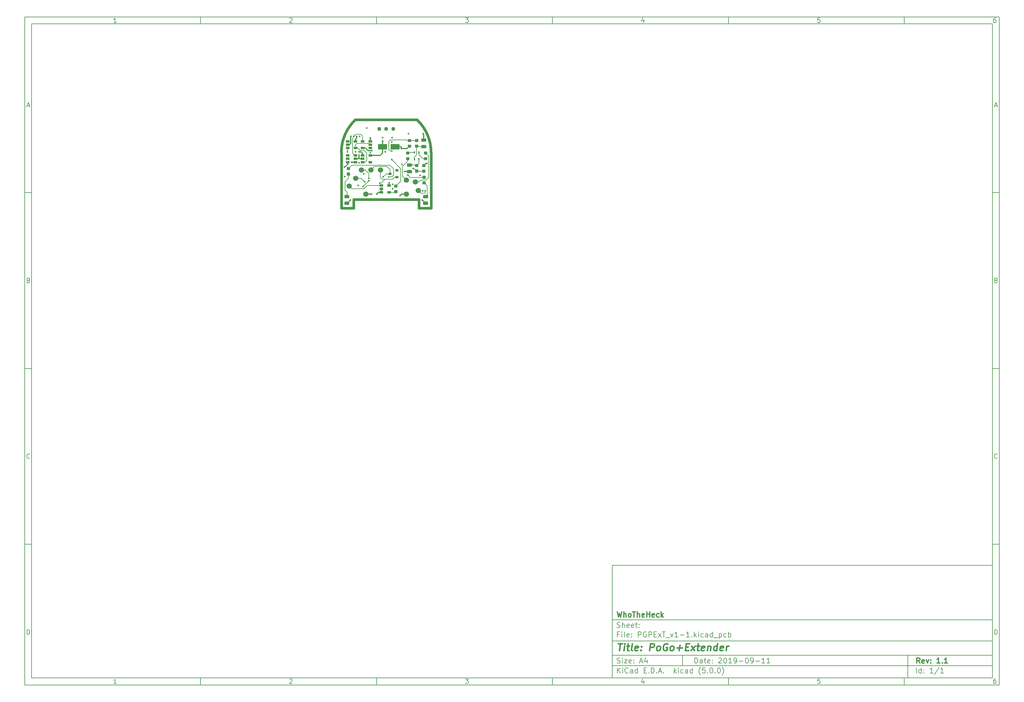
<source format=gbr>
G04 #@! TF.GenerationSoftware,KiCad,Pcbnew,(5.0.0)*
G04 #@! TF.CreationDate,2020-05-01T19:32:20+02:00*
G04 #@! TF.ProjectId,PGPExT_v1-1,5047504578545F76312D312E6B696361,1.1*
G04 #@! TF.SameCoordinates,Original*
G04 #@! TF.FileFunction,Copper,L1,Top,Signal*
G04 #@! TF.FilePolarity,Positive*
%FSLAX46Y46*%
G04 Gerber Fmt 4.6, Leading zero omitted, Abs format (unit mm)*
G04 Created by KiCad (PCBNEW (5.0.0)) date 05/01/20 19:32:20*
%MOMM*%
%LPD*%
G01*
G04 APERTURE LIST*
%ADD10C,0.100000*%
%ADD11C,0.150000*%
%ADD12C,0.300000*%
%ADD13C,0.400000*%
G04 #@! TA.AperFunction,NonConductor*
%ADD14C,0.800000*%
G04 #@! TD*
G04 #@! TA.AperFunction,SMDPad,CuDef*
%ADD15R,0.400000X0.650000*%
G04 #@! TD*
G04 #@! TA.AperFunction,ComponentPad*
%ADD16C,1.100000*%
G04 #@! TD*
G04 #@! TA.AperFunction,Conductor*
%ADD17C,0.100000*%
G04 #@! TD*
G04 #@! TA.AperFunction,SMDPad,CuDef*
%ADD18C,0.975000*%
G04 #@! TD*
G04 #@! TA.AperFunction,SMDPad,CuDef*
%ADD19C,0.875000*%
G04 #@! TD*
G04 #@! TA.AperFunction,BGAPad,CuDef*
%ADD20C,1.500000*%
G04 #@! TD*
G04 #@! TA.AperFunction,SMDPad,CuDef*
%ADD21R,2.600000X1.600000*%
G04 #@! TD*
G04 #@! TA.AperFunction,SMDPad,CuDef*
%ADD22R,0.900000X0.800000*%
G04 #@! TD*
G04 #@! TA.AperFunction,SMDPad,CuDef*
%ADD23R,1.060000X0.650000*%
G04 #@! TD*
G04 #@! TA.AperFunction,ViaPad*
%ADD24C,0.500000*%
G04 #@! TD*
G04 #@! TA.AperFunction,Conductor*
%ADD25C,0.300000*%
G04 #@! TD*
G04 #@! TA.AperFunction,Conductor*
%ADD26C,0.200000*%
G04 #@! TD*
G04 #@! TA.AperFunction,Conductor*
%ADD27C,0.150000*%
G04 #@! TD*
G04 APERTURE END LIST*
D10*
D11*
X177002200Y-166007200D02*
X177002200Y-198007200D01*
X285002200Y-198007200D01*
X285002200Y-166007200D01*
X177002200Y-166007200D01*
D10*
D11*
X10000000Y-10000000D02*
X10000000Y-200007200D01*
X287002200Y-200007200D01*
X287002200Y-10000000D01*
X10000000Y-10000000D01*
D10*
D11*
X12000000Y-12000000D02*
X12000000Y-198007200D01*
X285002200Y-198007200D01*
X285002200Y-12000000D01*
X12000000Y-12000000D01*
D10*
D11*
X60000000Y-12000000D02*
X60000000Y-10000000D01*
D10*
D11*
X110000000Y-12000000D02*
X110000000Y-10000000D01*
D10*
D11*
X160000000Y-12000000D02*
X160000000Y-10000000D01*
D10*
D11*
X210000000Y-12000000D02*
X210000000Y-10000000D01*
D10*
D11*
X260000000Y-12000000D02*
X260000000Y-10000000D01*
D10*
D11*
X36065476Y-11588095D02*
X35322619Y-11588095D01*
X35694047Y-11588095D02*
X35694047Y-10288095D01*
X35570238Y-10473809D01*
X35446428Y-10597619D01*
X35322619Y-10659523D01*
D10*
D11*
X85322619Y-10411904D02*
X85384523Y-10350000D01*
X85508333Y-10288095D01*
X85817857Y-10288095D01*
X85941666Y-10350000D01*
X86003571Y-10411904D01*
X86065476Y-10535714D01*
X86065476Y-10659523D01*
X86003571Y-10845238D01*
X85260714Y-11588095D01*
X86065476Y-11588095D01*
D10*
D11*
X135260714Y-10288095D02*
X136065476Y-10288095D01*
X135632142Y-10783333D01*
X135817857Y-10783333D01*
X135941666Y-10845238D01*
X136003571Y-10907142D01*
X136065476Y-11030952D01*
X136065476Y-11340476D01*
X136003571Y-11464285D01*
X135941666Y-11526190D01*
X135817857Y-11588095D01*
X135446428Y-11588095D01*
X135322619Y-11526190D01*
X135260714Y-11464285D01*
D10*
D11*
X185941666Y-10721428D02*
X185941666Y-11588095D01*
X185632142Y-10226190D02*
X185322619Y-11154761D01*
X186127380Y-11154761D01*
D10*
D11*
X236003571Y-10288095D02*
X235384523Y-10288095D01*
X235322619Y-10907142D01*
X235384523Y-10845238D01*
X235508333Y-10783333D01*
X235817857Y-10783333D01*
X235941666Y-10845238D01*
X236003571Y-10907142D01*
X236065476Y-11030952D01*
X236065476Y-11340476D01*
X236003571Y-11464285D01*
X235941666Y-11526190D01*
X235817857Y-11588095D01*
X235508333Y-11588095D01*
X235384523Y-11526190D01*
X235322619Y-11464285D01*
D10*
D11*
X285941666Y-10288095D02*
X285694047Y-10288095D01*
X285570238Y-10350000D01*
X285508333Y-10411904D01*
X285384523Y-10597619D01*
X285322619Y-10845238D01*
X285322619Y-11340476D01*
X285384523Y-11464285D01*
X285446428Y-11526190D01*
X285570238Y-11588095D01*
X285817857Y-11588095D01*
X285941666Y-11526190D01*
X286003571Y-11464285D01*
X286065476Y-11340476D01*
X286065476Y-11030952D01*
X286003571Y-10907142D01*
X285941666Y-10845238D01*
X285817857Y-10783333D01*
X285570238Y-10783333D01*
X285446428Y-10845238D01*
X285384523Y-10907142D01*
X285322619Y-11030952D01*
D10*
D11*
X60000000Y-198007200D02*
X60000000Y-200007200D01*
D10*
D11*
X110000000Y-198007200D02*
X110000000Y-200007200D01*
D10*
D11*
X160000000Y-198007200D02*
X160000000Y-200007200D01*
D10*
D11*
X210000000Y-198007200D02*
X210000000Y-200007200D01*
D10*
D11*
X260000000Y-198007200D02*
X260000000Y-200007200D01*
D10*
D11*
X36065476Y-199595295D02*
X35322619Y-199595295D01*
X35694047Y-199595295D02*
X35694047Y-198295295D01*
X35570238Y-198481009D01*
X35446428Y-198604819D01*
X35322619Y-198666723D01*
D10*
D11*
X85322619Y-198419104D02*
X85384523Y-198357200D01*
X85508333Y-198295295D01*
X85817857Y-198295295D01*
X85941666Y-198357200D01*
X86003571Y-198419104D01*
X86065476Y-198542914D01*
X86065476Y-198666723D01*
X86003571Y-198852438D01*
X85260714Y-199595295D01*
X86065476Y-199595295D01*
D10*
D11*
X135260714Y-198295295D02*
X136065476Y-198295295D01*
X135632142Y-198790533D01*
X135817857Y-198790533D01*
X135941666Y-198852438D01*
X136003571Y-198914342D01*
X136065476Y-199038152D01*
X136065476Y-199347676D01*
X136003571Y-199471485D01*
X135941666Y-199533390D01*
X135817857Y-199595295D01*
X135446428Y-199595295D01*
X135322619Y-199533390D01*
X135260714Y-199471485D01*
D10*
D11*
X185941666Y-198728628D02*
X185941666Y-199595295D01*
X185632142Y-198233390D02*
X185322619Y-199161961D01*
X186127380Y-199161961D01*
D10*
D11*
X236003571Y-198295295D02*
X235384523Y-198295295D01*
X235322619Y-198914342D01*
X235384523Y-198852438D01*
X235508333Y-198790533D01*
X235817857Y-198790533D01*
X235941666Y-198852438D01*
X236003571Y-198914342D01*
X236065476Y-199038152D01*
X236065476Y-199347676D01*
X236003571Y-199471485D01*
X235941666Y-199533390D01*
X235817857Y-199595295D01*
X235508333Y-199595295D01*
X235384523Y-199533390D01*
X235322619Y-199471485D01*
D10*
D11*
X285941666Y-198295295D02*
X285694047Y-198295295D01*
X285570238Y-198357200D01*
X285508333Y-198419104D01*
X285384523Y-198604819D01*
X285322619Y-198852438D01*
X285322619Y-199347676D01*
X285384523Y-199471485D01*
X285446428Y-199533390D01*
X285570238Y-199595295D01*
X285817857Y-199595295D01*
X285941666Y-199533390D01*
X286003571Y-199471485D01*
X286065476Y-199347676D01*
X286065476Y-199038152D01*
X286003571Y-198914342D01*
X285941666Y-198852438D01*
X285817857Y-198790533D01*
X285570238Y-198790533D01*
X285446428Y-198852438D01*
X285384523Y-198914342D01*
X285322619Y-199038152D01*
D10*
D11*
X10000000Y-60000000D02*
X12000000Y-60000000D01*
D10*
D11*
X10000000Y-110000000D02*
X12000000Y-110000000D01*
D10*
D11*
X10000000Y-160000000D02*
X12000000Y-160000000D01*
D10*
D11*
X10690476Y-35216666D02*
X11309523Y-35216666D01*
X10566666Y-35588095D02*
X11000000Y-34288095D01*
X11433333Y-35588095D01*
D10*
D11*
X11092857Y-84907142D02*
X11278571Y-84969047D01*
X11340476Y-85030952D01*
X11402380Y-85154761D01*
X11402380Y-85340476D01*
X11340476Y-85464285D01*
X11278571Y-85526190D01*
X11154761Y-85588095D01*
X10659523Y-85588095D01*
X10659523Y-84288095D01*
X11092857Y-84288095D01*
X11216666Y-84350000D01*
X11278571Y-84411904D01*
X11340476Y-84535714D01*
X11340476Y-84659523D01*
X11278571Y-84783333D01*
X11216666Y-84845238D01*
X11092857Y-84907142D01*
X10659523Y-84907142D01*
D10*
D11*
X11402380Y-135464285D02*
X11340476Y-135526190D01*
X11154761Y-135588095D01*
X11030952Y-135588095D01*
X10845238Y-135526190D01*
X10721428Y-135402380D01*
X10659523Y-135278571D01*
X10597619Y-135030952D01*
X10597619Y-134845238D01*
X10659523Y-134597619D01*
X10721428Y-134473809D01*
X10845238Y-134350000D01*
X11030952Y-134288095D01*
X11154761Y-134288095D01*
X11340476Y-134350000D01*
X11402380Y-134411904D01*
D10*
D11*
X10659523Y-185588095D02*
X10659523Y-184288095D01*
X10969047Y-184288095D01*
X11154761Y-184350000D01*
X11278571Y-184473809D01*
X11340476Y-184597619D01*
X11402380Y-184845238D01*
X11402380Y-185030952D01*
X11340476Y-185278571D01*
X11278571Y-185402380D01*
X11154761Y-185526190D01*
X10969047Y-185588095D01*
X10659523Y-185588095D01*
D10*
D11*
X287002200Y-60000000D02*
X285002200Y-60000000D01*
D10*
D11*
X287002200Y-110000000D02*
X285002200Y-110000000D01*
D10*
D11*
X287002200Y-160000000D02*
X285002200Y-160000000D01*
D10*
D11*
X285692676Y-35216666D02*
X286311723Y-35216666D01*
X285568866Y-35588095D02*
X286002200Y-34288095D01*
X286435533Y-35588095D01*
D10*
D11*
X286095057Y-84907142D02*
X286280771Y-84969047D01*
X286342676Y-85030952D01*
X286404580Y-85154761D01*
X286404580Y-85340476D01*
X286342676Y-85464285D01*
X286280771Y-85526190D01*
X286156961Y-85588095D01*
X285661723Y-85588095D01*
X285661723Y-84288095D01*
X286095057Y-84288095D01*
X286218866Y-84350000D01*
X286280771Y-84411904D01*
X286342676Y-84535714D01*
X286342676Y-84659523D01*
X286280771Y-84783333D01*
X286218866Y-84845238D01*
X286095057Y-84907142D01*
X285661723Y-84907142D01*
D10*
D11*
X286404580Y-135464285D02*
X286342676Y-135526190D01*
X286156961Y-135588095D01*
X286033152Y-135588095D01*
X285847438Y-135526190D01*
X285723628Y-135402380D01*
X285661723Y-135278571D01*
X285599819Y-135030952D01*
X285599819Y-134845238D01*
X285661723Y-134597619D01*
X285723628Y-134473809D01*
X285847438Y-134350000D01*
X286033152Y-134288095D01*
X286156961Y-134288095D01*
X286342676Y-134350000D01*
X286404580Y-134411904D01*
D10*
D11*
X285661723Y-185588095D02*
X285661723Y-184288095D01*
X285971247Y-184288095D01*
X286156961Y-184350000D01*
X286280771Y-184473809D01*
X286342676Y-184597619D01*
X286404580Y-184845238D01*
X286404580Y-185030952D01*
X286342676Y-185278571D01*
X286280771Y-185402380D01*
X286156961Y-185526190D01*
X285971247Y-185588095D01*
X285661723Y-185588095D01*
D10*
D11*
X200434342Y-193785771D02*
X200434342Y-192285771D01*
X200791485Y-192285771D01*
X201005771Y-192357200D01*
X201148628Y-192500057D01*
X201220057Y-192642914D01*
X201291485Y-192928628D01*
X201291485Y-193142914D01*
X201220057Y-193428628D01*
X201148628Y-193571485D01*
X201005771Y-193714342D01*
X200791485Y-193785771D01*
X200434342Y-193785771D01*
X202577200Y-193785771D02*
X202577200Y-193000057D01*
X202505771Y-192857200D01*
X202362914Y-192785771D01*
X202077200Y-192785771D01*
X201934342Y-192857200D01*
X202577200Y-193714342D02*
X202434342Y-193785771D01*
X202077200Y-193785771D01*
X201934342Y-193714342D01*
X201862914Y-193571485D01*
X201862914Y-193428628D01*
X201934342Y-193285771D01*
X202077200Y-193214342D01*
X202434342Y-193214342D01*
X202577200Y-193142914D01*
X203077200Y-192785771D02*
X203648628Y-192785771D01*
X203291485Y-192285771D02*
X203291485Y-193571485D01*
X203362914Y-193714342D01*
X203505771Y-193785771D01*
X203648628Y-193785771D01*
X204720057Y-193714342D02*
X204577200Y-193785771D01*
X204291485Y-193785771D01*
X204148628Y-193714342D01*
X204077200Y-193571485D01*
X204077200Y-193000057D01*
X204148628Y-192857200D01*
X204291485Y-192785771D01*
X204577200Y-192785771D01*
X204720057Y-192857200D01*
X204791485Y-193000057D01*
X204791485Y-193142914D01*
X204077200Y-193285771D01*
X205434342Y-193642914D02*
X205505771Y-193714342D01*
X205434342Y-193785771D01*
X205362914Y-193714342D01*
X205434342Y-193642914D01*
X205434342Y-193785771D01*
X205434342Y-192857200D02*
X205505771Y-192928628D01*
X205434342Y-193000057D01*
X205362914Y-192928628D01*
X205434342Y-192857200D01*
X205434342Y-193000057D01*
X207220057Y-192428628D02*
X207291485Y-192357200D01*
X207434342Y-192285771D01*
X207791485Y-192285771D01*
X207934342Y-192357200D01*
X208005771Y-192428628D01*
X208077200Y-192571485D01*
X208077200Y-192714342D01*
X208005771Y-192928628D01*
X207148628Y-193785771D01*
X208077200Y-193785771D01*
X209005771Y-192285771D02*
X209148628Y-192285771D01*
X209291485Y-192357200D01*
X209362914Y-192428628D01*
X209434342Y-192571485D01*
X209505771Y-192857200D01*
X209505771Y-193214342D01*
X209434342Y-193500057D01*
X209362914Y-193642914D01*
X209291485Y-193714342D01*
X209148628Y-193785771D01*
X209005771Y-193785771D01*
X208862914Y-193714342D01*
X208791485Y-193642914D01*
X208720057Y-193500057D01*
X208648628Y-193214342D01*
X208648628Y-192857200D01*
X208720057Y-192571485D01*
X208791485Y-192428628D01*
X208862914Y-192357200D01*
X209005771Y-192285771D01*
X210934342Y-193785771D02*
X210077200Y-193785771D01*
X210505771Y-193785771D02*
X210505771Y-192285771D01*
X210362914Y-192500057D01*
X210220057Y-192642914D01*
X210077200Y-192714342D01*
X211648628Y-193785771D02*
X211934342Y-193785771D01*
X212077200Y-193714342D01*
X212148628Y-193642914D01*
X212291485Y-193428628D01*
X212362914Y-193142914D01*
X212362914Y-192571485D01*
X212291485Y-192428628D01*
X212220057Y-192357200D01*
X212077200Y-192285771D01*
X211791485Y-192285771D01*
X211648628Y-192357200D01*
X211577200Y-192428628D01*
X211505771Y-192571485D01*
X211505771Y-192928628D01*
X211577200Y-193071485D01*
X211648628Y-193142914D01*
X211791485Y-193214342D01*
X212077200Y-193214342D01*
X212220057Y-193142914D01*
X212291485Y-193071485D01*
X212362914Y-192928628D01*
X213005771Y-193214342D02*
X214148628Y-193214342D01*
X215148628Y-192285771D02*
X215291485Y-192285771D01*
X215434342Y-192357200D01*
X215505771Y-192428628D01*
X215577200Y-192571485D01*
X215648628Y-192857200D01*
X215648628Y-193214342D01*
X215577200Y-193500057D01*
X215505771Y-193642914D01*
X215434342Y-193714342D01*
X215291485Y-193785771D01*
X215148628Y-193785771D01*
X215005771Y-193714342D01*
X214934342Y-193642914D01*
X214862914Y-193500057D01*
X214791485Y-193214342D01*
X214791485Y-192857200D01*
X214862914Y-192571485D01*
X214934342Y-192428628D01*
X215005771Y-192357200D01*
X215148628Y-192285771D01*
X216362914Y-193785771D02*
X216648628Y-193785771D01*
X216791485Y-193714342D01*
X216862914Y-193642914D01*
X217005771Y-193428628D01*
X217077200Y-193142914D01*
X217077200Y-192571485D01*
X217005771Y-192428628D01*
X216934342Y-192357200D01*
X216791485Y-192285771D01*
X216505771Y-192285771D01*
X216362914Y-192357200D01*
X216291485Y-192428628D01*
X216220057Y-192571485D01*
X216220057Y-192928628D01*
X216291485Y-193071485D01*
X216362914Y-193142914D01*
X216505771Y-193214342D01*
X216791485Y-193214342D01*
X216934342Y-193142914D01*
X217005771Y-193071485D01*
X217077200Y-192928628D01*
X217720057Y-193214342D02*
X218862914Y-193214342D01*
X220362914Y-193785771D02*
X219505771Y-193785771D01*
X219934342Y-193785771D02*
X219934342Y-192285771D01*
X219791485Y-192500057D01*
X219648628Y-192642914D01*
X219505771Y-192714342D01*
X221791485Y-193785771D02*
X220934342Y-193785771D01*
X221362914Y-193785771D02*
X221362914Y-192285771D01*
X221220057Y-192500057D01*
X221077200Y-192642914D01*
X220934342Y-192714342D01*
D10*
D11*
X177002200Y-194507200D02*
X285002200Y-194507200D01*
D10*
D11*
X178434342Y-196585771D02*
X178434342Y-195085771D01*
X179291485Y-196585771D02*
X178648628Y-195728628D01*
X179291485Y-195085771D02*
X178434342Y-195942914D01*
X179934342Y-196585771D02*
X179934342Y-195585771D01*
X179934342Y-195085771D02*
X179862914Y-195157200D01*
X179934342Y-195228628D01*
X180005771Y-195157200D01*
X179934342Y-195085771D01*
X179934342Y-195228628D01*
X181505771Y-196442914D02*
X181434342Y-196514342D01*
X181220057Y-196585771D01*
X181077200Y-196585771D01*
X180862914Y-196514342D01*
X180720057Y-196371485D01*
X180648628Y-196228628D01*
X180577200Y-195942914D01*
X180577200Y-195728628D01*
X180648628Y-195442914D01*
X180720057Y-195300057D01*
X180862914Y-195157200D01*
X181077200Y-195085771D01*
X181220057Y-195085771D01*
X181434342Y-195157200D01*
X181505771Y-195228628D01*
X182791485Y-196585771D02*
X182791485Y-195800057D01*
X182720057Y-195657200D01*
X182577200Y-195585771D01*
X182291485Y-195585771D01*
X182148628Y-195657200D01*
X182791485Y-196514342D02*
X182648628Y-196585771D01*
X182291485Y-196585771D01*
X182148628Y-196514342D01*
X182077200Y-196371485D01*
X182077200Y-196228628D01*
X182148628Y-196085771D01*
X182291485Y-196014342D01*
X182648628Y-196014342D01*
X182791485Y-195942914D01*
X184148628Y-196585771D02*
X184148628Y-195085771D01*
X184148628Y-196514342D02*
X184005771Y-196585771D01*
X183720057Y-196585771D01*
X183577200Y-196514342D01*
X183505771Y-196442914D01*
X183434342Y-196300057D01*
X183434342Y-195871485D01*
X183505771Y-195728628D01*
X183577200Y-195657200D01*
X183720057Y-195585771D01*
X184005771Y-195585771D01*
X184148628Y-195657200D01*
X186005771Y-195800057D02*
X186505771Y-195800057D01*
X186720057Y-196585771D02*
X186005771Y-196585771D01*
X186005771Y-195085771D01*
X186720057Y-195085771D01*
X187362914Y-196442914D02*
X187434342Y-196514342D01*
X187362914Y-196585771D01*
X187291485Y-196514342D01*
X187362914Y-196442914D01*
X187362914Y-196585771D01*
X188077200Y-196585771D02*
X188077200Y-195085771D01*
X188434342Y-195085771D01*
X188648628Y-195157200D01*
X188791485Y-195300057D01*
X188862914Y-195442914D01*
X188934342Y-195728628D01*
X188934342Y-195942914D01*
X188862914Y-196228628D01*
X188791485Y-196371485D01*
X188648628Y-196514342D01*
X188434342Y-196585771D01*
X188077200Y-196585771D01*
X189577200Y-196442914D02*
X189648628Y-196514342D01*
X189577200Y-196585771D01*
X189505771Y-196514342D01*
X189577200Y-196442914D01*
X189577200Y-196585771D01*
X190220057Y-196157200D02*
X190934342Y-196157200D01*
X190077200Y-196585771D02*
X190577200Y-195085771D01*
X191077200Y-196585771D01*
X191577200Y-196442914D02*
X191648628Y-196514342D01*
X191577200Y-196585771D01*
X191505771Y-196514342D01*
X191577200Y-196442914D01*
X191577200Y-196585771D01*
X194577200Y-196585771D02*
X194577200Y-195085771D01*
X194720057Y-196014342D02*
X195148628Y-196585771D01*
X195148628Y-195585771D02*
X194577200Y-196157200D01*
X195791485Y-196585771D02*
X195791485Y-195585771D01*
X195791485Y-195085771D02*
X195720057Y-195157200D01*
X195791485Y-195228628D01*
X195862914Y-195157200D01*
X195791485Y-195085771D01*
X195791485Y-195228628D01*
X197148628Y-196514342D02*
X197005771Y-196585771D01*
X196720057Y-196585771D01*
X196577200Y-196514342D01*
X196505771Y-196442914D01*
X196434342Y-196300057D01*
X196434342Y-195871485D01*
X196505771Y-195728628D01*
X196577200Y-195657200D01*
X196720057Y-195585771D01*
X197005771Y-195585771D01*
X197148628Y-195657200D01*
X198434342Y-196585771D02*
X198434342Y-195800057D01*
X198362914Y-195657200D01*
X198220057Y-195585771D01*
X197934342Y-195585771D01*
X197791485Y-195657200D01*
X198434342Y-196514342D02*
X198291485Y-196585771D01*
X197934342Y-196585771D01*
X197791485Y-196514342D01*
X197720057Y-196371485D01*
X197720057Y-196228628D01*
X197791485Y-196085771D01*
X197934342Y-196014342D01*
X198291485Y-196014342D01*
X198434342Y-195942914D01*
X199791485Y-196585771D02*
X199791485Y-195085771D01*
X199791485Y-196514342D02*
X199648628Y-196585771D01*
X199362914Y-196585771D01*
X199220057Y-196514342D01*
X199148628Y-196442914D01*
X199077200Y-196300057D01*
X199077200Y-195871485D01*
X199148628Y-195728628D01*
X199220057Y-195657200D01*
X199362914Y-195585771D01*
X199648628Y-195585771D01*
X199791485Y-195657200D01*
X202077200Y-197157200D02*
X202005771Y-197085771D01*
X201862914Y-196871485D01*
X201791485Y-196728628D01*
X201720057Y-196514342D01*
X201648628Y-196157200D01*
X201648628Y-195871485D01*
X201720057Y-195514342D01*
X201791485Y-195300057D01*
X201862914Y-195157200D01*
X202005771Y-194942914D01*
X202077200Y-194871485D01*
X203362914Y-195085771D02*
X202648628Y-195085771D01*
X202577200Y-195800057D01*
X202648628Y-195728628D01*
X202791485Y-195657200D01*
X203148628Y-195657200D01*
X203291485Y-195728628D01*
X203362914Y-195800057D01*
X203434342Y-195942914D01*
X203434342Y-196300057D01*
X203362914Y-196442914D01*
X203291485Y-196514342D01*
X203148628Y-196585771D01*
X202791485Y-196585771D01*
X202648628Y-196514342D01*
X202577200Y-196442914D01*
X204077200Y-196442914D02*
X204148628Y-196514342D01*
X204077200Y-196585771D01*
X204005771Y-196514342D01*
X204077200Y-196442914D01*
X204077200Y-196585771D01*
X205077200Y-195085771D02*
X205220057Y-195085771D01*
X205362914Y-195157200D01*
X205434342Y-195228628D01*
X205505771Y-195371485D01*
X205577200Y-195657200D01*
X205577200Y-196014342D01*
X205505771Y-196300057D01*
X205434342Y-196442914D01*
X205362914Y-196514342D01*
X205220057Y-196585771D01*
X205077200Y-196585771D01*
X204934342Y-196514342D01*
X204862914Y-196442914D01*
X204791485Y-196300057D01*
X204720057Y-196014342D01*
X204720057Y-195657200D01*
X204791485Y-195371485D01*
X204862914Y-195228628D01*
X204934342Y-195157200D01*
X205077200Y-195085771D01*
X206220057Y-196442914D02*
X206291485Y-196514342D01*
X206220057Y-196585771D01*
X206148628Y-196514342D01*
X206220057Y-196442914D01*
X206220057Y-196585771D01*
X207220057Y-195085771D02*
X207362914Y-195085771D01*
X207505771Y-195157200D01*
X207577200Y-195228628D01*
X207648628Y-195371485D01*
X207720057Y-195657200D01*
X207720057Y-196014342D01*
X207648628Y-196300057D01*
X207577200Y-196442914D01*
X207505771Y-196514342D01*
X207362914Y-196585771D01*
X207220057Y-196585771D01*
X207077200Y-196514342D01*
X207005771Y-196442914D01*
X206934342Y-196300057D01*
X206862914Y-196014342D01*
X206862914Y-195657200D01*
X206934342Y-195371485D01*
X207005771Y-195228628D01*
X207077200Y-195157200D01*
X207220057Y-195085771D01*
X208220057Y-197157200D02*
X208291485Y-197085771D01*
X208434342Y-196871485D01*
X208505771Y-196728628D01*
X208577200Y-196514342D01*
X208648628Y-196157200D01*
X208648628Y-195871485D01*
X208577200Y-195514342D01*
X208505771Y-195300057D01*
X208434342Y-195157200D01*
X208291485Y-194942914D01*
X208220057Y-194871485D01*
D10*
D11*
X177002200Y-191507200D02*
X285002200Y-191507200D01*
D10*
D12*
X264411485Y-193785771D02*
X263911485Y-193071485D01*
X263554342Y-193785771D02*
X263554342Y-192285771D01*
X264125771Y-192285771D01*
X264268628Y-192357200D01*
X264340057Y-192428628D01*
X264411485Y-192571485D01*
X264411485Y-192785771D01*
X264340057Y-192928628D01*
X264268628Y-193000057D01*
X264125771Y-193071485D01*
X263554342Y-193071485D01*
X265625771Y-193714342D02*
X265482914Y-193785771D01*
X265197200Y-193785771D01*
X265054342Y-193714342D01*
X264982914Y-193571485D01*
X264982914Y-193000057D01*
X265054342Y-192857200D01*
X265197200Y-192785771D01*
X265482914Y-192785771D01*
X265625771Y-192857200D01*
X265697200Y-193000057D01*
X265697200Y-193142914D01*
X264982914Y-193285771D01*
X266197200Y-192785771D02*
X266554342Y-193785771D01*
X266911485Y-192785771D01*
X267482914Y-193642914D02*
X267554342Y-193714342D01*
X267482914Y-193785771D01*
X267411485Y-193714342D01*
X267482914Y-193642914D01*
X267482914Y-193785771D01*
X267482914Y-192857200D02*
X267554342Y-192928628D01*
X267482914Y-193000057D01*
X267411485Y-192928628D01*
X267482914Y-192857200D01*
X267482914Y-193000057D01*
X270125771Y-193785771D02*
X269268628Y-193785771D01*
X269697200Y-193785771D02*
X269697200Y-192285771D01*
X269554342Y-192500057D01*
X269411485Y-192642914D01*
X269268628Y-192714342D01*
X270768628Y-193642914D02*
X270840057Y-193714342D01*
X270768628Y-193785771D01*
X270697200Y-193714342D01*
X270768628Y-193642914D01*
X270768628Y-193785771D01*
X272268628Y-193785771D02*
X271411485Y-193785771D01*
X271840057Y-193785771D02*
X271840057Y-192285771D01*
X271697200Y-192500057D01*
X271554342Y-192642914D01*
X271411485Y-192714342D01*
D10*
D11*
X178362914Y-193714342D02*
X178577200Y-193785771D01*
X178934342Y-193785771D01*
X179077200Y-193714342D01*
X179148628Y-193642914D01*
X179220057Y-193500057D01*
X179220057Y-193357200D01*
X179148628Y-193214342D01*
X179077200Y-193142914D01*
X178934342Y-193071485D01*
X178648628Y-193000057D01*
X178505771Y-192928628D01*
X178434342Y-192857200D01*
X178362914Y-192714342D01*
X178362914Y-192571485D01*
X178434342Y-192428628D01*
X178505771Y-192357200D01*
X178648628Y-192285771D01*
X179005771Y-192285771D01*
X179220057Y-192357200D01*
X179862914Y-193785771D02*
X179862914Y-192785771D01*
X179862914Y-192285771D02*
X179791485Y-192357200D01*
X179862914Y-192428628D01*
X179934342Y-192357200D01*
X179862914Y-192285771D01*
X179862914Y-192428628D01*
X180434342Y-192785771D02*
X181220057Y-192785771D01*
X180434342Y-193785771D01*
X181220057Y-193785771D01*
X182362914Y-193714342D02*
X182220057Y-193785771D01*
X181934342Y-193785771D01*
X181791485Y-193714342D01*
X181720057Y-193571485D01*
X181720057Y-193000057D01*
X181791485Y-192857200D01*
X181934342Y-192785771D01*
X182220057Y-192785771D01*
X182362914Y-192857200D01*
X182434342Y-193000057D01*
X182434342Y-193142914D01*
X181720057Y-193285771D01*
X183077200Y-193642914D02*
X183148628Y-193714342D01*
X183077200Y-193785771D01*
X183005771Y-193714342D01*
X183077200Y-193642914D01*
X183077200Y-193785771D01*
X183077200Y-192857200D02*
X183148628Y-192928628D01*
X183077200Y-193000057D01*
X183005771Y-192928628D01*
X183077200Y-192857200D01*
X183077200Y-193000057D01*
X184862914Y-193357200D02*
X185577200Y-193357200D01*
X184720057Y-193785771D02*
X185220057Y-192285771D01*
X185720057Y-193785771D01*
X186862914Y-192785771D02*
X186862914Y-193785771D01*
X186505771Y-192214342D02*
X186148628Y-193285771D01*
X187077200Y-193285771D01*
D10*
D11*
X263434342Y-196585771D02*
X263434342Y-195085771D01*
X264791485Y-196585771D02*
X264791485Y-195085771D01*
X264791485Y-196514342D02*
X264648628Y-196585771D01*
X264362914Y-196585771D01*
X264220057Y-196514342D01*
X264148628Y-196442914D01*
X264077200Y-196300057D01*
X264077200Y-195871485D01*
X264148628Y-195728628D01*
X264220057Y-195657200D01*
X264362914Y-195585771D01*
X264648628Y-195585771D01*
X264791485Y-195657200D01*
X265505771Y-196442914D02*
X265577200Y-196514342D01*
X265505771Y-196585771D01*
X265434342Y-196514342D01*
X265505771Y-196442914D01*
X265505771Y-196585771D01*
X265505771Y-195657200D02*
X265577200Y-195728628D01*
X265505771Y-195800057D01*
X265434342Y-195728628D01*
X265505771Y-195657200D01*
X265505771Y-195800057D01*
X268148628Y-196585771D02*
X267291485Y-196585771D01*
X267720057Y-196585771D02*
X267720057Y-195085771D01*
X267577200Y-195300057D01*
X267434342Y-195442914D01*
X267291485Y-195514342D01*
X269862914Y-195014342D02*
X268577200Y-196942914D01*
X271148628Y-196585771D02*
X270291485Y-196585771D01*
X270720057Y-196585771D02*
X270720057Y-195085771D01*
X270577200Y-195300057D01*
X270434342Y-195442914D01*
X270291485Y-195514342D01*
D10*
D11*
X177002200Y-187507200D02*
X285002200Y-187507200D01*
D10*
D13*
X178714580Y-188211961D02*
X179857438Y-188211961D01*
X179036009Y-190211961D02*
X179286009Y-188211961D01*
X180274104Y-190211961D02*
X180440771Y-188878628D01*
X180524104Y-188211961D02*
X180416961Y-188307200D01*
X180500295Y-188402438D01*
X180607438Y-188307200D01*
X180524104Y-188211961D01*
X180500295Y-188402438D01*
X181107438Y-188878628D02*
X181869342Y-188878628D01*
X181476485Y-188211961D02*
X181262200Y-189926247D01*
X181333628Y-190116723D01*
X181512200Y-190211961D01*
X181702676Y-190211961D01*
X182655057Y-190211961D02*
X182476485Y-190116723D01*
X182405057Y-189926247D01*
X182619342Y-188211961D01*
X184190771Y-190116723D02*
X183988390Y-190211961D01*
X183607438Y-190211961D01*
X183428866Y-190116723D01*
X183357438Y-189926247D01*
X183452676Y-189164342D01*
X183571723Y-188973866D01*
X183774104Y-188878628D01*
X184155057Y-188878628D01*
X184333628Y-188973866D01*
X184405057Y-189164342D01*
X184381247Y-189354819D01*
X183405057Y-189545295D01*
X185155057Y-190021485D02*
X185238390Y-190116723D01*
X185131247Y-190211961D01*
X185047914Y-190116723D01*
X185155057Y-190021485D01*
X185131247Y-190211961D01*
X185286009Y-188973866D02*
X185369342Y-189069104D01*
X185262200Y-189164342D01*
X185178866Y-189069104D01*
X185286009Y-188973866D01*
X185262200Y-189164342D01*
X187607438Y-190211961D02*
X187857438Y-188211961D01*
X188619342Y-188211961D01*
X188797914Y-188307200D01*
X188881247Y-188402438D01*
X188952676Y-188592914D01*
X188916961Y-188878628D01*
X188797914Y-189069104D01*
X188690771Y-189164342D01*
X188488390Y-189259580D01*
X187726485Y-189259580D01*
X189893152Y-190211961D02*
X189714580Y-190116723D01*
X189631247Y-190021485D01*
X189559819Y-189831009D01*
X189631247Y-189259580D01*
X189750295Y-189069104D01*
X189857438Y-188973866D01*
X190059819Y-188878628D01*
X190345533Y-188878628D01*
X190524104Y-188973866D01*
X190607438Y-189069104D01*
X190678866Y-189259580D01*
X190607438Y-189831009D01*
X190488390Y-190021485D01*
X190381247Y-190116723D01*
X190178866Y-190211961D01*
X189893152Y-190211961D01*
X192702676Y-188307200D02*
X192524104Y-188211961D01*
X192238390Y-188211961D01*
X191940771Y-188307200D01*
X191726485Y-188497676D01*
X191607438Y-188688152D01*
X191464580Y-189069104D01*
X191428866Y-189354819D01*
X191476485Y-189735771D01*
X191547914Y-189926247D01*
X191714580Y-190116723D01*
X191988390Y-190211961D01*
X192178866Y-190211961D01*
X192476485Y-190116723D01*
X192583628Y-190021485D01*
X192666961Y-189354819D01*
X192286009Y-189354819D01*
X193702676Y-190211961D02*
X193524104Y-190116723D01*
X193440771Y-190021485D01*
X193369342Y-189831009D01*
X193440771Y-189259580D01*
X193559819Y-189069104D01*
X193666961Y-188973866D01*
X193869342Y-188878628D01*
X194155057Y-188878628D01*
X194333628Y-188973866D01*
X194416961Y-189069104D01*
X194488390Y-189259580D01*
X194416961Y-189831009D01*
X194297914Y-190021485D01*
X194190771Y-190116723D01*
X193988390Y-190211961D01*
X193702676Y-190211961D01*
X195321723Y-189450057D02*
X196845533Y-189450057D01*
X195988390Y-190211961D02*
X196178866Y-188688152D01*
X197833628Y-189164342D02*
X198500295Y-189164342D01*
X198655057Y-190211961D02*
X197702676Y-190211961D01*
X197952676Y-188211961D01*
X198905057Y-188211961D01*
X199321723Y-190211961D02*
X200536009Y-188878628D01*
X199488390Y-188878628D02*
X200369342Y-190211961D01*
X201012200Y-188878628D02*
X201774104Y-188878628D01*
X201381247Y-188211961D02*
X201166961Y-189926247D01*
X201238390Y-190116723D01*
X201416961Y-190211961D01*
X201607438Y-190211961D01*
X203047914Y-190116723D02*
X202845533Y-190211961D01*
X202464580Y-190211961D01*
X202286009Y-190116723D01*
X202214580Y-189926247D01*
X202309819Y-189164342D01*
X202428866Y-188973866D01*
X202631247Y-188878628D01*
X203012200Y-188878628D01*
X203190771Y-188973866D01*
X203262200Y-189164342D01*
X203238390Y-189354819D01*
X202262200Y-189545295D01*
X204155057Y-188878628D02*
X203988390Y-190211961D01*
X204131247Y-189069104D02*
X204238390Y-188973866D01*
X204440771Y-188878628D01*
X204726485Y-188878628D01*
X204905057Y-188973866D01*
X204976485Y-189164342D01*
X204845533Y-190211961D01*
X206655057Y-190211961D02*
X206905057Y-188211961D01*
X206666961Y-190116723D02*
X206464580Y-190211961D01*
X206083628Y-190211961D01*
X205905057Y-190116723D01*
X205821723Y-190021485D01*
X205750295Y-189831009D01*
X205821723Y-189259580D01*
X205940771Y-189069104D01*
X206047914Y-188973866D01*
X206250295Y-188878628D01*
X206631247Y-188878628D01*
X206809819Y-188973866D01*
X208381247Y-190116723D02*
X208178866Y-190211961D01*
X207797914Y-190211961D01*
X207619342Y-190116723D01*
X207547914Y-189926247D01*
X207643152Y-189164342D01*
X207762200Y-188973866D01*
X207964580Y-188878628D01*
X208345533Y-188878628D01*
X208524104Y-188973866D01*
X208595533Y-189164342D01*
X208571723Y-189354819D01*
X207595533Y-189545295D01*
X209321723Y-190211961D02*
X209488390Y-188878628D01*
X209440771Y-189259580D02*
X209559819Y-189069104D01*
X209666961Y-188973866D01*
X209869342Y-188878628D01*
X210059819Y-188878628D01*
D10*
D11*
X178934342Y-185600057D02*
X178434342Y-185600057D01*
X178434342Y-186385771D02*
X178434342Y-184885771D01*
X179148628Y-184885771D01*
X179720057Y-186385771D02*
X179720057Y-185385771D01*
X179720057Y-184885771D02*
X179648628Y-184957200D01*
X179720057Y-185028628D01*
X179791485Y-184957200D01*
X179720057Y-184885771D01*
X179720057Y-185028628D01*
X180648628Y-186385771D02*
X180505771Y-186314342D01*
X180434342Y-186171485D01*
X180434342Y-184885771D01*
X181791485Y-186314342D02*
X181648628Y-186385771D01*
X181362914Y-186385771D01*
X181220057Y-186314342D01*
X181148628Y-186171485D01*
X181148628Y-185600057D01*
X181220057Y-185457200D01*
X181362914Y-185385771D01*
X181648628Y-185385771D01*
X181791485Y-185457200D01*
X181862914Y-185600057D01*
X181862914Y-185742914D01*
X181148628Y-185885771D01*
X182505771Y-186242914D02*
X182577200Y-186314342D01*
X182505771Y-186385771D01*
X182434342Y-186314342D01*
X182505771Y-186242914D01*
X182505771Y-186385771D01*
X182505771Y-185457200D02*
X182577200Y-185528628D01*
X182505771Y-185600057D01*
X182434342Y-185528628D01*
X182505771Y-185457200D01*
X182505771Y-185600057D01*
X184362914Y-186385771D02*
X184362914Y-184885771D01*
X184934342Y-184885771D01*
X185077200Y-184957200D01*
X185148628Y-185028628D01*
X185220057Y-185171485D01*
X185220057Y-185385771D01*
X185148628Y-185528628D01*
X185077200Y-185600057D01*
X184934342Y-185671485D01*
X184362914Y-185671485D01*
X186648628Y-184957200D02*
X186505771Y-184885771D01*
X186291485Y-184885771D01*
X186077200Y-184957200D01*
X185934342Y-185100057D01*
X185862914Y-185242914D01*
X185791485Y-185528628D01*
X185791485Y-185742914D01*
X185862914Y-186028628D01*
X185934342Y-186171485D01*
X186077200Y-186314342D01*
X186291485Y-186385771D01*
X186434342Y-186385771D01*
X186648628Y-186314342D01*
X186720057Y-186242914D01*
X186720057Y-185742914D01*
X186434342Y-185742914D01*
X187362914Y-186385771D02*
X187362914Y-184885771D01*
X187934342Y-184885771D01*
X188077200Y-184957200D01*
X188148628Y-185028628D01*
X188220057Y-185171485D01*
X188220057Y-185385771D01*
X188148628Y-185528628D01*
X188077200Y-185600057D01*
X187934342Y-185671485D01*
X187362914Y-185671485D01*
X188862914Y-185600057D02*
X189362914Y-185600057D01*
X189577200Y-186385771D02*
X188862914Y-186385771D01*
X188862914Y-184885771D01*
X189577200Y-184885771D01*
X190077200Y-186385771D02*
X190862914Y-185385771D01*
X190077200Y-185385771D02*
X190862914Y-186385771D01*
X191220057Y-184885771D02*
X192077200Y-184885771D01*
X191648628Y-186385771D02*
X191648628Y-184885771D01*
X192220057Y-186528628D02*
X193362914Y-186528628D01*
X193577200Y-185385771D02*
X193934342Y-186385771D01*
X194291485Y-185385771D01*
X195648628Y-186385771D02*
X194791485Y-186385771D01*
X195220057Y-186385771D02*
X195220057Y-184885771D01*
X195077200Y-185100057D01*
X194934342Y-185242914D01*
X194791485Y-185314342D01*
X196291485Y-185814342D02*
X197434342Y-185814342D01*
X198934342Y-186385771D02*
X198077200Y-186385771D01*
X198505771Y-186385771D02*
X198505771Y-184885771D01*
X198362914Y-185100057D01*
X198220057Y-185242914D01*
X198077200Y-185314342D01*
X199577200Y-186242914D02*
X199648628Y-186314342D01*
X199577200Y-186385771D01*
X199505771Y-186314342D01*
X199577200Y-186242914D01*
X199577200Y-186385771D01*
X200291485Y-186385771D02*
X200291485Y-184885771D01*
X200434342Y-185814342D02*
X200862914Y-186385771D01*
X200862914Y-185385771D02*
X200291485Y-185957200D01*
X201505771Y-186385771D02*
X201505771Y-185385771D01*
X201505771Y-184885771D02*
X201434342Y-184957200D01*
X201505771Y-185028628D01*
X201577200Y-184957200D01*
X201505771Y-184885771D01*
X201505771Y-185028628D01*
X202862914Y-186314342D02*
X202720057Y-186385771D01*
X202434342Y-186385771D01*
X202291485Y-186314342D01*
X202220057Y-186242914D01*
X202148628Y-186100057D01*
X202148628Y-185671485D01*
X202220057Y-185528628D01*
X202291485Y-185457200D01*
X202434342Y-185385771D01*
X202720057Y-185385771D01*
X202862914Y-185457200D01*
X204148628Y-186385771D02*
X204148628Y-185600057D01*
X204077200Y-185457200D01*
X203934342Y-185385771D01*
X203648628Y-185385771D01*
X203505771Y-185457200D01*
X204148628Y-186314342D02*
X204005771Y-186385771D01*
X203648628Y-186385771D01*
X203505771Y-186314342D01*
X203434342Y-186171485D01*
X203434342Y-186028628D01*
X203505771Y-185885771D01*
X203648628Y-185814342D01*
X204005771Y-185814342D01*
X204148628Y-185742914D01*
X205505771Y-186385771D02*
X205505771Y-184885771D01*
X205505771Y-186314342D02*
X205362914Y-186385771D01*
X205077200Y-186385771D01*
X204934342Y-186314342D01*
X204862914Y-186242914D01*
X204791485Y-186100057D01*
X204791485Y-185671485D01*
X204862914Y-185528628D01*
X204934342Y-185457200D01*
X205077200Y-185385771D01*
X205362914Y-185385771D01*
X205505771Y-185457200D01*
X205862914Y-186528628D02*
X207005771Y-186528628D01*
X207362914Y-185385771D02*
X207362914Y-186885771D01*
X207362914Y-185457200D02*
X207505771Y-185385771D01*
X207791485Y-185385771D01*
X207934342Y-185457200D01*
X208005771Y-185528628D01*
X208077200Y-185671485D01*
X208077200Y-186100057D01*
X208005771Y-186242914D01*
X207934342Y-186314342D01*
X207791485Y-186385771D01*
X207505771Y-186385771D01*
X207362914Y-186314342D01*
X209362914Y-186314342D02*
X209220057Y-186385771D01*
X208934342Y-186385771D01*
X208791485Y-186314342D01*
X208720057Y-186242914D01*
X208648628Y-186100057D01*
X208648628Y-185671485D01*
X208720057Y-185528628D01*
X208791485Y-185457200D01*
X208934342Y-185385771D01*
X209220057Y-185385771D01*
X209362914Y-185457200D01*
X210005771Y-186385771D02*
X210005771Y-184885771D01*
X210005771Y-185457200D02*
X210148628Y-185385771D01*
X210434342Y-185385771D01*
X210577200Y-185457200D01*
X210648628Y-185528628D01*
X210720057Y-185671485D01*
X210720057Y-186100057D01*
X210648628Y-186242914D01*
X210577200Y-186314342D01*
X210434342Y-186385771D01*
X210148628Y-186385771D01*
X210005771Y-186314342D01*
D10*
D11*
X177002200Y-181507200D02*
X285002200Y-181507200D01*
D10*
D11*
X178362914Y-183614342D02*
X178577200Y-183685771D01*
X178934342Y-183685771D01*
X179077200Y-183614342D01*
X179148628Y-183542914D01*
X179220057Y-183400057D01*
X179220057Y-183257200D01*
X179148628Y-183114342D01*
X179077200Y-183042914D01*
X178934342Y-182971485D01*
X178648628Y-182900057D01*
X178505771Y-182828628D01*
X178434342Y-182757200D01*
X178362914Y-182614342D01*
X178362914Y-182471485D01*
X178434342Y-182328628D01*
X178505771Y-182257200D01*
X178648628Y-182185771D01*
X179005771Y-182185771D01*
X179220057Y-182257200D01*
X179862914Y-183685771D02*
X179862914Y-182185771D01*
X180505771Y-183685771D02*
X180505771Y-182900057D01*
X180434342Y-182757200D01*
X180291485Y-182685771D01*
X180077200Y-182685771D01*
X179934342Y-182757200D01*
X179862914Y-182828628D01*
X181791485Y-183614342D02*
X181648628Y-183685771D01*
X181362914Y-183685771D01*
X181220057Y-183614342D01*
X181148628Y-183471485D01*
X181148628Y-182900057D01*
X181220057Y-182757200D01*
X181362914Y-182685771D01*
X181648628Y-182685771D01*
X181791485Y-182757200D01*
X181862914Y-182900057D01*
X181862914Y-183042914D01*
X181148628Y-183185771D01*
X183077200Y-183614342D02*
X182934342Y-183685771D01*
X182648628Y-183685771D01*
X182505771Y-183614342D01*
X182434342Y-183471485D01*
X182434342Y-182900057D01*
X182505771Y-182757200D01*
X182648628Y-182685771D01*
X182934342Y-182685771D01*
X183077200Y-182757200D01*
X183148628Y-182900057D01*
X183148628Y-183042914D01*
X182434342Y-183185771D01*
X183577200Y-182685771D02*
X184148628Y-182685771D01*
X183791485Y-182185771D02*
X183791485Y-183471485D01*
X183862914Y-183614342D01*
X184005771Y-183685771D01*
X184148628Y-183685771D01*
X184648628Y-183542914D02*
X184720057Y-183614342D01*
X184648628Y-183685771D01*
X184577200Y-183614342D01*
X184648628Y-183542914D01*
X184648628Y-183685771D01*
X184648628Y-182757200D02*
X184720057Y-182828628D01*
X184648628Y-182900057D01*
X184577200Y-182828628D01*
X184648628Y-182757200D01*
X184648628Y-182900057D01*
D10*
D12*
X178411485Y-179185771D02*
X178768628Y-180685771D01*
X179054342Y-179614342D01*
X179340057Y-180685771D01*
X179697200Y-179185771D01*
X180268628Y-180685771D02*
X180268628Y-179185771D01*
X180911485Y-180685771D02*
X180911485Y-179900057D01*
X180840057Y-179757200D01*
X180697200Y-179685771D01*
X180482914Y-179685771D01*
X180340057Y-179757200D01*
X180268628Y-179828628D01*
X181840057Y-180685771D02*
X181697200Y-180614342D01*
X181625771Y-180542914D01*
X181554342Y-180400057D01*
X181554342Y-179971485D01*
X181625771Y-179828628D01*
X181697200Y-179757200D01*
X181840057Y-179685771D01*
X182054342Y-179685771D01*
X182197200Y-179757200D01*
X182268628Y-179828628D01*
X182340057Y-179971485D01*
X182340057Y-180400057D01*
X182268628Y-180542914D01*
X182197200Y-180614342D01*
X182054342Y-180685771D01*
X181840057Y-180685771D01*
X182768628Y-179185771D02*
X183625771Y-179185771D01*
X183197200Y-180685771D02*
X183197200Y-179185771D01*
X184125771Y-180685771D02*
X184125771Y-179185771D01*
X184768628Y-180685771D02*
X184768628Y-179900057D01*
X184697200Y-179757200D01*
X184554342Y-179685771D01*
X184340057Y-179685771D01*
X184197200Y-179757200D01*
X184125771Y-179828628D01*
X186054342Y-180614342D02*
X185911485Y-180685771D01*
X185625771Y-180685771D01*
X185482914Y-180614342D01*
X185411485Y-180471485D01*
X185411485Y-179900057D01*
X185482914Y-179757200D01*
X185625771Y-179685771D01*
X185911485Y-179685771D01*
X186054342Y-179757200D01*
X186125771Y-179900057D01*
X186125771Y-180042914D01*
X185411485Y-180185771D01*
X186768628Y-180685771D02*
X186768628Y-179185771D01*
X186768628Y-179900057D02*
X187625771Y-179900057D01*
X187625771Y-180685771D02*
X187625771Y-179185771D01*
X188911485Y-180614342D02*
X188768628Y-180685771D01*
X188482914Y-180685771D01*
X188340057Y-180614342D01*
X188268628Y-180471485D01*
X188268628Y-179900057D01*
X188340057Y-179757200D01*
X188482914Y-179685771D01*
X188768628Y-179685771D01*
X188911485Y-179757200D01*
X188982914Y-179900057D01*
X188982914Y-180042914D01*
X188268628Y-180185771D01*
X190268628Y-180614342D02*
X190125771Y-180685771D01*
X189840057Y-180685771D01*
X189697200Y-180614342D01*
X189625771Y-180542914D01*
X189554342Y-180400057D01*
X189554342Y-179971485D01*
X189625771Y-179828628D01*
X189697200Y-179757200D01*
X189840057Y-179685771D01*
X190125771Y-179685771D01*
X190268628Y-179757200D01*
X190911485Y-180685771D02*
X190911485Y-179185771D01*
X191054342Y-180114342D02*
X191482914Y-180685771D01*
X191482914Y-179685771D02*
X190911485Y-180257200D01*
D10*
D11*
X197002200Y-191507200D02*
X197002200Y-194507200D01*
D10*
D11*
X261002200Y-191507200D02*
X261002200Y-198007200D01*
D14*
X122000000Y-64400000D02*
X122000000Y-61900000D01*
X103500000Y-64400000D02*
X103500000Y-61900000D01*
X122000000Y-64400000D02*
X125500000Y-64400000D01*
X103500000Y-61900000D02*
X122000000Y-61900000D01*
X103989634Y-39250000D02*
X121500000Y-39250000D01*
X125500269Y-48509479D02*
G75*
G03X121500000Y-39250000I-12750269J-14521D01*
G01*
X103989634Y-39250000D02*
G75*
G03X100000000Y-48513827I8760366J-9263827D01*
G01*
X125500000Y-64400000D02*
X125500000Y-48513827D01*
X100000000Y-64400000D02*
X100000000Y-48513827D01*
X100000000Y-64400000D02*
X103500000Y-64400000D01*
D15*
G04 #@! TO.P,D2,4*
G04 #@! TO.N,Net-(C6-Pad1)*
X120730000Y-50457827D03*
G04 #@! TO.P,D2,1*
G04 #@! TO.N,Net-(C4-Pad1)*
X122030000Y-50457827D03*
G04 #@! TO.P,D2,2*
G04 #@! TO.N,Net-(D2-Pad2)*
X122030000Y-48557827D03*
G04 #@! TO.P,D2,3*
G04 #@! TO.N,Net-(D2-Pad3)*
X120730000Y-48557827D03*
G04 #@! TD*
D16*
G04 #@! TO.P,SW1,3*
G04 #@! TO.N,GND*
X114750000Y-41850000D03*
G04 #@! TO.P,SW1,2*
G04 #@! TO.N,/mode_select*
X112750000Y-41850000D03*
G04 #@! TO.P,SW1,1*
G04 #@! TO.N,N/C*
X110750000Y-41850000D03*
G04 #@! TD*
D17*
G04 #@! TO.N,GND*
G04 #@! TO.C,D3*
G36*
X124430142Y-62501174D02*
X124453803Y-62504684D01*
X124477007Y-62510496D01*
X124499529Y-62518554D01*
X124521153Y-62528782D01*
X124541670Y-62541079D01*
X124560883Y-62555329D01*
X124578607Y-62571393D01*
X124594671Y-62589117D01*
X124608921Y-62608330D01*
X124621218Y-62628847D01*
X124631446Y-62650471D01*
X124639504Y-62672993D01*
X124645316Y-62696197D01*
X124648826Y-62719858D01*
X124650000Y-62743750D01*
X124650000Y-63231250D01*
X124648826Y-63255142D01*
X124645316Y-63278803D01*
X124639504Y-63302007D01*
X124631446Y-63324529D01*
X124621218Y-63346153D01*
X124608921Y-63366670D01*
X124594671Y-63385883D01*
X124578607Y-63403607D01*
X124560883Y-63419671D01*
X124541670Y-63433921D01*
X124521153Y-63446218D01*
X124499529Y-63456446D01*
X124477007Y-63464504D01*
X124453803Y-63470316D01*
X124430142Y-63473826D01*
X124406250Y-63475000D01*
X123493750Y-63475000D01*
X123469858Y-63473826D01*
X123446197Y-63470316D01*
X123422993Y-63464504D01*
X123400471Y-63456446D01*
X123378847Y-63446218D01*
X123358330Y-63433921D01*
X123339117Y-63419671D01*
X123321393Y-63403607D01*
X123305329Y-63385883D01*
X123291079Y-63366670D01*
X123278782Y-63346153D01*
X123268554Y-63324529D01*
X123260496Y-63302007D01*
X123254684Y-63278803D01*
X123251174Y-63255142D01*
X123250000Y-63231250D01*
X123250000Y-62743750D01*
X123251174Y-62719858D01*
X123254684Y-62696197D01*
X123260496Y-62672993D01*
X123268554Y-62650471D01*
X123278782Y-62628847D01*
X123291079Y-62608330D01*
X123305329Y-62589117D01*
X123321393Y-62571393D01*
X123339117Y-62555329D01*
X123358330Y-62541079D01*
X123378847Y-62528782D01*
X123400471Y-62518554D01*
X123422993Y-62510496D01*
X123446197Y-62504684D01*
X123469858Y-62501174D01*
X123493750Y-62500000D01*
X124406250Y-62500000D01*
X124430142Y-62501174D01*
X124430142Y-62501174D01*
G37*
D18*
G04 #@! TD*
G04 #@! TO.P,D3,1*
G04 #@! TO.N,GND*
X123950000Y-62987500D03*
D17*
G04 #@! TO.N,Net-(D3-Pad2)*
G04 #@! TO.C,D3*
G36*
X124430142Y-60626174D02*
X124453803Y-60629684D01*
X124477007Y-60635496D01*
X124499529Y-60643554D01*
X124521153Y-60653782D01*
X124541670Y-60666079D01*
X124560883Y-60680329D01*
X124578607Y-60696393D01*
X124594671Y-60714117D01*
X124608921Y-60733330D01*
X124621218Y-60753847D01*
X124631446Y-60775471D01*
X124639504Y-60797993D01*
X124645316Y-60821197D01*
X124648826Y-60844858D01*
X124650000Y-60868750D01*
X124650000Y-61356250D01*
X124648826Y-61380142D01*
X124645316Y-61403803D01*
X124639504Y-61427007D01*
X124631446Y-61449529D01*
X124621218Y-61471153D01*
X124608921Y-61491670D01*
X124594671Y-61510883D01*
X124578607Y-61528607D01*
X124560883Y-61544671D01*
X124541670Y-61558921D01*
X124521153Y-61571218D01*
X124499529Y-61581446D01*
X124477007Y-61589504D01*
X124453803Y-61595316D01*
X124430142Y-61598826D01*
X124406250Y-61600000D01*
X123493750Y-61600000D01*
X123469858Y-61598826D01*
X123446197Y-61595316D01*
X123422993Y-61589504D01*
X123400471Y-61581446D01*
X123378847Y-61571218D01*
X123358330Y-61558921D01*
X123339117Y-61544671D01*
X123321393Y-61528607D01*
X123305329Y-61510883D01*
X123291079Y-61491670D01*
X123278782Y-61471153D01*
X123268554Y-61449529D01*
X123260496Y-61427007D01*
X123254684Y-61403803D01*
X123251174Y-61380142D01*
X123250000Y-61356250D01*
X123250000Y-60868750D01*
X123251174Y-60844858D01*
X123254684Y-60821197D01*
X123260496Y-60797993D01*
X123268554Y-60775471D01*
X123278782Y-60753847D01*
X123291079Y-60733330D01*
X123305329Y-60714117D01*
X123321393Y-60696393D01*
X123339117Y-60680329D01*
X123358330Y-60666079D01*
X123378847Y-60653782D01*
X123400471Y-60643554D01*
X123422993Y-60635496D01*
X123446197Y-60629684D01*
X123469858Y-60626174D01*
X123493750Y-60625000D01*
X124406250Y-60625000D01*
X124430142Y-60626174D01*
X124430142Y-60626174D01*
G37*
D18*
G04 #@! TD*
G04 #@! TO.P,D3,2*
G04 #@! TO.N,Net-(D3-Pad2)*
X123950000Y-61112500D03*
D17*
G04 #@! TO.N,Net-(R10-Pad2)*
G04 #@! TO.C,R10*
G36*
X123777691Y-55176053D02*
X123798926Y-55179203D01*
X123819750Y-55184419D01*
X123839962Y-55191651D01*
X123859368Y-55200830D01*
X123877781Y-55211866D01*
X123895024Y-55224654D01*
X123910930Y-55239070D01*
X123925346Y-55254976D01*
X123938134Y-55272219D01*
X123949170Y-55290632D01*
X123958349Y-55310038D01*
X123965581Y-55330250D01*
X123970797Y-55351074D01*
X123973947Y-55372309D01*
X123975000Y-55393750D01*
X123975000Y-55831250D01*
X123973947Y-55852691D01*
X123970797Y-55873926D01*
X123965581Y-55894750D01*
X123958349Y-55914962D01*
X123949170Y-55934368D01*
X123938134Y-55952781D01*
X123925346Y-55970024D01*
X123910930Y-55985930D01*
X123895024Y-56000346D01*
X123877781Y-56013134D01*
X123859368Y-56024170D01*
X123839962Y-56033349D01*
X123819750Y-56040581D01*
X123798926Y-56045797D01*
X123777691Y-56048947D01*
X123756250Y-56050000D01*
X123243750Y-56050000D01*
X123222309Y-56048947D01*
X123201074Y-56045797D01*
X123180250Y-56040581D01*
X123160038Y-56033349D01*
X123140632Y-56024170D01*
X123122219Y-56013134D01*
X123104976Y-56000346D01*
X123089070Y-55985930D01*
X123074654Y-55970024D01*
X123061866Y-55952781D01*
X123050830Y-55934368D01*
X123041651Y-55914962D01*
X123034419Y-55894750D01*
X123029203Y-55873926D01*
X123026053Y-55852691D01*
X123025000Y-55831250D01*
X123025000Y-55393750D01*
X123026053Y-55372309D01*
X123029203Y-55351074D01*
X123034419Y-55330250D01*
X123041651Y-55310038D01*
X123050830Y-55290632D01*
X123061866Y-55272219D01*
X123074654Y-55254976D01*
X123089070Y-55239070D01*
X123104976Y-55224654D01*
X123122219Y-55211866D01*
X123140632Y-55200830D01*
X123160038Y-55191651D01*
X123180250Y-55184419D01*
X123201074Y-55179203D01*
X123222309Y-55176053D01*
X123243750Y-55175000D01*
X123756250Y-55175000D01*
X123777691Y-55176053D01*
X123777691Y-55176053D01*
G37*
D19*
G04 #@! TD*
G04 #@! TO.P,R10,2*
G04 #@! TO.N,Net-(R10-Pad2)*
X123500000Y-55612500D03*
D17*
G04 #@! TO.N,Net-(D3-Pad2)*
G04 #@! TO.C,R10*
G36*
X123777691Y-56751053D02*
X123798926Y-56754203D01*
X123819750Y-56759419D01*
X123839962Y-56766651D01*
X123859368Y-56775830D01*
X123877781Y-56786866D01*
X123895024Y-56799654D01*
X123910930Y-56814070D01*
X123925346Y-56829976D01*
X123938134Y-56847219D01*
X123949170Y-56865632D01*
X123958349Y-56885038D01*
X123965581Y-56905250D01*
X123970797Y-56926074D01*
X123973947Y-56947309D01*
X123975000Y-56968750D01*
X123975000Y-57406250D01*
X123973947Y-57427691D01*
X123970797Y-57448926D01*
X123965581Y-57469750D01*
X123958349Y-57489962D01*
X123949170Y-57509368D01*
X123938134Y-57527781D01*
X123925346Y-57545024D01*
X123910930Y-57560930D01*
X123895024Y-57575346D01*
X123877781Y-57588134D01*
X123859368Y-57599170D01*
X123839962Y-57608349D01*
X123819750Y-57615581D01*
X123798926Y-57620797D01*
X123777691Y-57623947D01*
X123756250Y-57625000D01*
X123243750Y-57625000D01*
X123222309Y-57623947D01*
X123201074Y-57620797D01*
X123180250Y-57615581D01*
X123160038Y-57608349D01*
X123140632Y-57599170D01*
X123122219Y-57588134D01*
X123104976Y-57575346D01*
X123089070Y-57560930D01*
X123074654Y-57545024D01*
X123061866Y-57527781D01*
X123050830Y-57509368D01*
X123041651Y-57489962D01*
X123034419Y-57469750D01*
X123029203Y-57448926D01*
X123026053Y-57427691D01*
X123025000Y-57406250D01*
X123025000Y-56968750D01*
X123026053Y-56947309D01*
X123029203Y-56926074D01*
X123034419Y-56905250D01*
X123041651Y-56885038D01*
X123050830Y-56865632D01*
X123061866Y-56847219D01*
X123074654Y-56829976D01*
X123089070Y-56814070D01*
X123104976Y-56799654D01*
X123122219Y-56786866D01*
X123140632Y-56775830D01*
X123160038Y-56766651D01*
X123180250Y-56759419D01*
X123201074Y-56754203D01*
X123222309Y-56751053D01*
X123243750Y-56750000D01*
X123756250Y-56750000D01*
X123777691Y-56751053D01*
X123777691Y-56751053D01*
G37*
D19*
G04 #@! TD*
G04 #@! TO.P,R10,1*
G04 #@! TO.N,Net-(D3-Pad2)*
X123500000Y-57187500D03*
D20*
G04 #@! TO.P,W1,1*
G04 #@! TO.N,VDD*
X107000000Y-60400000D03*
G04 #@! TD*
G04 #@! TO.P,W2,1*
G04 #@! TO.N,GND*
X118500000Y-60400000D03*
G04 #@! TD*
G04 #@! TO.P,W5,1*
G04 #@! TO.N,Net-(U1-Pad1)*
X102200000Y-58100000D03*
G04 #@! TD*
G04 #@! TO.P,W6,1*
G04 #@! TO.N,Net-(U5-Pad6)*
X104100000Y-55900000D03*
G04 #@! TD*
G04 #@! TO.P,W7,1*
G04 #@! TO.N,Net-(U5-Pad3)*
X105700000Y-53500000D03*
G04 #@! TD*
G04 #@! TO.P,W8,1*
G04 #@! TO.N,Net-(D1-Pad2)*
X111100000Y-53500000D03*
G04 #@! TD*
G04 #@! TO.P,W9,1*
G04 #@! TO.N,Net-(D1-Pad1)*
X108400000Y-53500000D03*
G04 #@! TD*
G04 #@! TO.P,W10,1*
G04 #@! TO.N,/PGPExt_Signal_Processing/LEDb_i*
X121000000Y-56900000D03*
G04 #@! TD*
G04 #@! TO.P,W16,1*
G04 #@! TO.N,/PGPExt_Signal_Processing/LEDg_i*
X118500000Y-56400000D03*
G04 #@! TD*
G04 #@! TO.P,W18,1*
G04 #@! TO.N,/PGPExt_Signal_Processing/LEDr_i*
X121900000Y-59400000D03*
G04 #@! TD*
D17*
G04 #@! TO.N,GND*
G04 #@! TO.C,D5*
G36*
X102030142Y-62501174D02*
X102053803Y-62504684D01*
X102077007Y-62510496D01*
X102099529Y-62518554D01*
X102121153Y-62528782D01*
X102141670Y-62541079D01*
X102160883Y-62555329D01*
X102178607Y-62571393D01*
X102194671Y-62589117D01*
X102208921Y-62608330D01*
X102221218Y-62628847D01*
X102231446Y-62650471D01*
X102239504Y-62672993D01*
X102245316Y-62696197D01*
X102248826Y-62719858D01*
X102250000Y-62743750D01*
X102250000Y-63231250D01*
X102248826Y-63255142D01*
X102245316Y-63278803D01*
X102239504Y-63302007D01*
X102231446Y-63324529D01*
X102221218Y-63346153D01*
X102208921Y-63366670D01*
X102194671Y-63385883D01*
X102178607Y-63403607D01*
X102160883Y-63419671D01*
X102141670Y-63433921D01*
X102121153Y-63446218D01*
X102099529Y-63456446D01*
X102077007Y-63464504D01*
X102053803Y-63470316D01*
X102030142Y-63473826D01*
X102006250Y-63475000D01*
X101093750Y-63475000D01*
X101069858Y-63473826D01*
X101046197Y-63470316D01*
X101022993Y-63464504D01*
X101000471Y-63456446D01*
X100978847Y-63446218D01*
X100958330Y-63433921D01*
X100939117Y-63419671D01*
X100921393Y-63403607D01*
X100905329Y-63385883D01*
X100891079Y-63366670D01*
X100878782Y-63346153D01*
X100868554Y-63324529D01*
X100860496Y-63302007D01*
X100854684Y-63278803D01*
X100851174Y-63255142D01*
X100850000Y-63231250D01*
X100850000Y-62743750D01*
X100851174Y-62719858D01*
X100854684Y-62696197D01*
X100860496Y-62672993D01*
X100868554Y-62650471D01*
X100878782Y-62628847D01*
X100891079Y-62608330D01*
X100905329Y-62589117D01*
X100921393Y-62571393D01*
X100939117Y-62555329D01*
X100958330Y-62541079D01*
X100978847Y-62528782D01*
X101000471Y-62518554D01*
X101022993Y-62510496D01*
X101046197Y-62504684D01*
X101069858Y-62501174D01*
X101093750Y-62500000D01*
X102006250Y-62500000D01*
X102030142Y-62501174D01*
X102030142Y-62501174D01*
G37*
D18*
G04 #@! TD*
G04 #@! TO.P,D5,1*
G04 #@! TO.N,GND*
X101550000Y-62987500D03*
D17*
G04 #@! TO.N,Net-(D5-Pad2)*
G04 #@! TO.C,D5*
G36*
X102030142Y-60626174D02*
X102053803Y-60629684D01*
X102077007Y-60635496D01*
X102099529Y-60643554D01*
X102121153Y-60653782D01*
X102141670Y-60666079D01*
X102160883Y-60680329D01*
X102178607Y-60696393D01*
X102194671Y-60714117D01*
X102208921Y-60733330D01*
X102221218Y-60753847D01*
X102231446Y-60775471D01*
X102239504Y-60797993D01*
X102245316Y-60821197D01*
X102248826Y-60844858D01*
X102250000Y-60868750D01*
X102250000Y-61356250D01*
X102248826Y-61380142D01*
X102245316Y-61403803D01*
X102239504Y-61427007D01*
X102231446Y-61449529D01*
X102221218Y-61471153D01*
X102208921Y-61491670D01*
X102194671Y-61510883D01*
X102178607Y-61528607D01*
X102160883Y-61544671D01*
X102141670Y-61558921D01*
X102121153Y-61571218D01*
X102099529Y-61581446D01*
X102077007Y-61589504D01*
X102053803Y-61595316D01*
X102030142Y-61598826D01*
X102006250Y-61600000D01*
X101093750Y-61600000D01*
X101069858Y-61598826D01*
X101046197Y-61595316D01*
X101022993Y-61589504D01*
X101000471Y-61581446D01*
X100978847Y-61571218D01*
X100958330Y-61558921D01*
X100939117Y-61544671D01*
X100921393Y-61528607D01*
X100905329Y-61510883D01*
X100891079Y-61491670D01*
X100878782Y-61471153D01*
X100868554Y-61449529D01*
X100860496Y-61427007D01*
X100854684Y-61403803D01*
X100851174Y-61380142D01*
X100850000Y-61356250D01*
X100850000Y-60868750D01*
X100851174Y-60844858D01*
X100854684Y-60821197D01*
X100860496Y-60797993D01*
X100868554Y-60775471D01*
X100878782Y-60753847D01*
X100891079Y-60733330D01*
X100905329Y-60714117D01*
X100921393Y-60696393D01*
X100939117Y-60680329D01*
X100958330Y-60666079D01*
X100978847Y-60653782D01*
X101000471Y-60643554D01*
X101022993Y-60635496D01*
X101046197Y-60629684D01*
X101069858Y-60626174D01*
X101093750Y-60625000D01*
X102006250Y-60625000D01*
X102030142Y-60626174D01*
X102030142Y-60626174D01*
G37*
D18*
G04 #@! TD*
G04 #@! TO.P,D5,2*
G04 #@! TO.N,Net-(D5-Pad2)*
X101550000Y-61112500D03*
D17*
G04 #@! TO.N,Net-(D5-Pad2)*
G04 #@! TO.C,R14*
G36*
X102277691Y-54251053D02*
X102298926Y-54254203D01*
X102319750Y-54259419D01*
X102339962Y-54266651D01*
X102359368Y-54275830D01*
X102377781Y-54286866D01*
X102395024Y-54299654D01*
X102410930Y-54314070D01*
X102425346Y-54329976D01*
X102438134Y-54347219D01*
X102449170Y-54365632D01*
X102458349Y-54385038D01*
X102465581Y-54405250D01*
X102470797Y-54426074D01*
X102473947Y-54447309D01*
X102475000Y-54468750D01*
X102475000Y-54906250D01*
X102473947Y-54927691D01*
X102470797Y-54948926D01*
X102465581Y-54969750D01*
X102458349Y-54989962D01*
X102449170Y-55009368D01*
X102438134Y-55027781D01*
X102425346Y-55045024D01*
X102410930Y-55060930D01*
X102395024Y-55075346D01*
X102377781Y-55088134D01*
X102359368Y-55099170D01*
X102339962Y-55108349D01*
X102319750Y-55115581D01*
X102298926Y-55120797D01*
X102277691Y-55123947D01*
X102256250Y-55125000D01*
X101743750Y-55125000D01*
X101722309Y-55123947D01*
X101701074Y-55120797D01*
X101680250Y-55115581D01*
X101660038Y-55108349D01*
X101640632Y-55099170D01*
X101622219Y-55088134D01*
X101604976Y-55075346D01*
X101589070Y-55060930D01*
X101574654Y-55045024D01*
X101561866Y-55027781D01*
X101550830Y-55009368D01*
X101541651Y-54989962D01*
X101534419Y-54969750D01*
X101529203Y-54948926D01*
X101526053Y-54927691D01*
X101525000Y-54906250D01*
X101525000Y-54468750D01*
X101526053Y-54447309D01*
X101529203Y-54426074D01*
X101534419Y-54405250D01*
X101541651Y-54385038D01*
X101550830Y-54365632D01*
X101561866Y-54347219D01*
X101574654Y-54329976D01*
X101589070Y-54314070D01*
X101604976Y-54299654D01*
X101622219Y-54286866D01*
X101640632Y-54275830D01*
X101660038Y-54266651D01*
X101680250Y-54259419D01*
X101701074Y-54254203D01*
X101722309Y-54251053D01*
X101743750Y-54250000D01*
X102256250Y-54250000D01*
X102277691Y-54251053D01*
X102277691Y-54251053D01*
G37*
D19*
G04 #@! TD*
G04 #@! TO.P,R14,1*
G04 #@! TO.N,Net-(D5-Pad2)*
X102000000Y-54687500D03*
D17*
G04 #@! TO.N,Net-(R14-Pad2)*
G04 #@! TO.C,R14*
G36*
X102277691Y-52676053D02*
X102298926Y-52679203D01*
X102319750Y-52684419D01*
X102339962Y-52691651D01*
X102359368Y-52700830D01*
X102377781Y-52711866D01*
X102395024Y-52724654D01*
X102410930Y-52739070D01*
X102425346Y-52754976D01*
X102438134Y-52772219D01*
X102449170Y-52790632D01*
X102458349Y-52810038D01*
X102465581Y-52830250D01*
X102470797Y-52851074D01*
X102473947Y-52872309D01*
X102475000Y-52893750D01*
X102475000Y-53331250D01*
X102473947Y-53352691D01*
X102470797Y-53373926D01*
X102465581Y-53394750D01*
X102458349Y-53414962D01*
X102449170Y-53434368D01*
X102438134Y-53452781D01*
X102425346Y-53470024D01*
X102410930Y-53485930D01*
X102395024Y-53500346D01*
X102377781Y-53513134D01*
X102359368Y-53524170D01*
X102339962Y-53533349D01*
X102319750Y-53540581D01*
X102298926Y-53545797D01*
X102277691Y-53548947D01*
X102256250Y-53550000D01*
X101743750Y-53550000D01*
X101722309Y-53548947D01*
X101701074Y-53545797D01*
X101680250Y-53540581D01*
X101660038Y-53533349D01*
X101640632Y-53524170D01*
X101622219Y-53513134D01*
X101604976Y-53500346D01*
X101589070Y-53485930D01*
X101574654Y-53470024D01*
X101561866Y-53452781D01*
X101550830Y-53434368D01*
X101541651Y-53414962D01*
X101534419Y-53394750D01*
X101529203Y-53373926D01*
X101526053Y-53352691D01*
X101525000Y-53331250D01*
X101525000Y-52893750D01*
X101526053Y-52872309D01*
X101529203Y-52851074D01*
X101534419Y-52830250D01*
X101541651Y-52810038D01*
X101550830Y-52790632D01*
X101561866Y-52772219D01*
X101574654Y-52754976D01*
X101589070Y-52739070D01*
X101604976Y-52724654D01*
X101622219Y-52711866D01*
X101640632Y-52700830D01*
X101660038Y-52691651D01*
X101680250Y-52684419D01*
X101701074Y-52679203D01*
X101722309Y-52676053D01*
X101743750Y-52675000D01*
X102256250Y-52675000D01*
X102277691Y-52676053D01*
X102277691Y-52676053D01*
G37*
D19*
G04 #@! TD*
G04 #@! TO.P,R14,2*
G04 #@! TO.N,Net-(R14-Pad2)*
X102000000Y-53112500D03*
D21*
G04 #@! TO.P,C3,1*
G04 #@! TO.N,VDD*
X111700000Y-46900000D03*
G04 #@! TO.P,C3,2*
G04 #@! TO.N,GND*
X115300000Y-46900000D03*
G04 #@! TD*
D17*
G04 #@! TO.N,Net-(C4-Pad1)*
G04 #@! TO.C,C4*
G36*
X119828142Y-51640001D02*
X119851803Y-51643511D01*
X119875007Y-51649323D01*
X119897529Y-51657381D01*
X119919153Y-51667609D01*
X119939670Y-51679906D01*
X119958883Y-51694156D01*
X119976607Y-51710220D01*
X119992671Y-51727944D01*
X120006921Y-51747157D01*
X120019218Y-51767674D01*
X120029446Y-51789298D01*
X120037504Y-51811820D01*
X120043316Y-51835024D01*
X120046826Y-51858685D01*
X120048000Y-51882577D01*
X120048000Y-52370077D01*
X120046826Y-52393969D01*
X120043316Y-52417630D01*
X120037504Y-52440834D01*
X120029446Y-52463356D01*
X120019218Y-52484980D01*
X120006921Y-52505497D01*
X119992671Y-52524710D01*
X119976607Y-52542434D01*
X119958883Y-52558498D01*
X119939670Y-52572748D01*
X119919153Y-52585045D01*
X119897529Y-52595273D01*
X119875007Y-52603331D01*
X119851803Y-52609143D01*
X119828142Y-52612653D01*
X119804250Y-52613827D01*
X118891750Y-52613827D01*
X118867858Y-52612653D01*
X118844197Y-52609143D01*
X118820993Y-52603331D01*
X118798471Y-52595273D01*
X118776847Y-52585045D01*
X118756330Y-52572748D01*
X118737117Y-52558498D01*
X118719393Y-52542434D01*
X118703329Y-52524710D01*
X118689079Y-52505497D01*
X118676782Y-52484980D01*
X118666554Y-52463356D01*
X118658496Y-52440834D01*
X118652684Y-52417630D01*
X118649174Y-52393969D01*
X118648000Y-52370077D01*
X118648000Y-51882577D01*
X118649174Y-51858685D01*
X118652684Y-51835024D01*
X118658496Y-51811820D01*
X118666554Y-51789298D01*
X118676782Y-51767674D01*
X118689079Y-51747157D01*
X118703329Y-51727944D01*
X118719393Y-51710220D01*
X118737117Y-51694156D01*
X118756330Y-51679906D01*
X118776847Y-51667609D01*
X118798471Y-51657381D01*
X118820993Y-51649323D01*
X118844197Y-51643511D01*
X118867858Y-51640001D01*
X118891750Y-51638827D01*
X119804250Y-51638827D01*
X119828142Y-51640001D01*
X119828142Y-51640001D01*
G37*
D18*
G04 #@! TD*
G04 #@! TO.P,C4,1*
G04 #@! TO.N,Net-(C4-Pad1)*
X119348000Y-52126327D03*
D17*
G04 #@! TO.N,GND*
G04 #@! TO.C,C4*
G36*
X119828142Y-53515001D02*
X119851803Y-53518511D01*
X119875007Y-53524323D01*
X119897529Y-53532381D01*
X119919153Y-53542609D01*
X119939670Y-53554906D01*
X119958883Y-53569156D01*
X119976607Y-53585220D01*
X119992671Y-53602944D01*
X120006921Y-53622157D01*
X120019218Y-53642674D01*
X120029446Y-53664298D01*
X120037504Y-53686820D01*
X120043316Y-53710024D01*
X120046826Y-53733685D01*
X120048000Y-53757577D01*
X120048000Y-54245077D01*
X120046826Y-54268969D01*
X120043316Y-54292630D01*
X120037504Y-54315834D01*
X120029446Y-54338356D01*
X120019218Y-54359980D01*
X120006921Y-54380497D01*
X119992671Y-54399710D01*
X119976607Y-54417434D01*
X119958883Y-54433498D01*
X119939670Y-54447748D01*
X119919153Y-54460045D01*
X119897529Y-54470273D01*
X119875007Y-54478331D01*
X119851803Y-54484143D01*
X119828142Y-54487653D01*
X119804250Y-54488827D01*
X118891750Y-54488827D01*
X118867858Y-54487653D01*
X118844197Y-54484143D01*
X118820993Y-54478331D01*
X118798471Y-54470273D01*
X118776847Y-54460045D01*
X118756330Y-54447748D01*
X118737117Y-54433498D01*
X118719393Y-54417434D01*
X118703329Y-54399710D01*
X118689079Y-54380497D01*
X118676782Y-54359980D01*
X118666554Y-54338356D01*
X118658496Y-54315834D01*
X118652684Y-54292630D01*
X118649174Y-54268969D01*
X118648000Y-54245077D01*
X118648000Y-53757577D01*
X118649174Y-53733685D01*
X118652684Y-53710024D01*
X118658496Y-53686820D01*
X118666554Y-53664298D01*
X118676782Y-53642674D01*
X118689079Y-53622157D01*
X118703329Y-53602944D01*
X118719393Y-53585220D01*
X118737117Y-53569156D01*
X118756330Y-53554906D01*
X118776847Y-53542609D01*
X118798471Y-53532381D01*
X118820993Y-53524323D01*
X118844197Y-53518511D01*
X118867858Y-53515001D01*
X118891750Y-53513827D01*
X119804250Y-53513827D01*
X119828142Y-53515001D01*
X119828142Y-53515001D01*
G37*
D18*
G04 #@! TD*
G04 #@! TO.P,C4,2*
G04 #@! TO.N,GND*
X119348000Y-54001327D03*
D17*
G04 #@! TO.N,GND*
G04 #@! TO.C,C6*
G36*
X123892142Y-44528001D02*
X123915803Y-44531511D01*
X123939007Y-44537323D01*
X123961529Y-44545381D01*
X123983153Y-44555609D01*
X124003670Y-44567906D01*
X124022883Y-44582156D01*
X124040607Y-44598220D01*
X124056671Y-44615944D01*
X124070921Y-44635157D01*
X124083218Y-44655674D01*
X124093446Y-44677298D01*
X124101504Y-44699820D01*
X124107316Y-44723024D01*
X124110826Y-44746685D01*
X124112000Y-44770577D01*
X124112000Y-45258077D01*
X124110826Y-45281969D01*
X124107316Y-45305630D01*
X124101504Y-45328834D01*
X124093446Y-45351356D01*
X124083218Y-45372980D01*
X124070921Y-45393497D01*
X124056671Y-45412710D01*
X124040607Y-45430434D01*
X124022883Y-45446498D01*
X124003670Y-45460748D01*
X123983153Y-45473045D01*
X123961529Y-45483273D01*
X123939007Y-45491331D01*
X123915803Y-45497143D01*
X123892142Y-45500653D01*
X123868250Y-45501827D01*
X122955750Y-45501827D01*
X122931858Y-45500653D01*
X122908197Y-45497143D01*
X122884993Y-45491331D01*
X122862471Y-45483273D01*
X122840847Y-45473045D01*
X122820330Y-45460748D01*
X122801117Y-45446498D01*
X122783393Y-45430434D01*
X122767329Y-45412710D01*
X122753079Y-45393497D01*
X122740782Y-45372980D01*
X122730554Y-45351356D01*
X122722496Y-45328834D01*
X122716684Y-45305630D01*
X122713174Y-45281969D01*
X122712000Y-45258077D01*
X122712000Y-44770577D01*
X122713174Y-44746685D01*
X122716684Y-44723024D01*
X122722496Y-44699820D01*
X122730554Y-44677298D01*
X122740782Y-44655674D01*
X122753079Y-44635157D01*
X122767329Y-44615944D01*
X122783393Y-44598220D01*
X122801117Y-44582156D01*
X122820330Y-44567906D01*
X122840847Y-44555609D01*
X122862471Y-44545381D01*
X122884993Y-44537323D01*
X122908197Y-44531511D01*
X122931858Y-44528001D01*
X122955750Y-44526827D01*
X123868250Y-44526827D01*
X123892142Y-44528001D01*
X123892142Y-44528001D01*
G37*
D18*
G04 #@! TD*
G04 #@! TO.P,C6,2*
G04 #@! TO.N,GND*
X123412000Y-45014327D03*
D17*
G04 #@! TO.N,Net-(C6-Pad1)*
G04 #@! TO.C,C6*
G36*
X123892142Y-46403001D02*
X123915803Y-46406511D01*
X123939007Y-46412323D01*
X123961529Y-46420381D01*
X123983153Y-46430609D01*
X124003670Y-46442906D01*
X124022883Y-46457156D01*
X124040607Y-46473220D01*
X124056671Y-46490944D01*
X124070921Y-46510157D01*
X124083218Y-46530674D01*
X124093446Y-46552298D01*
X124101504Y-46574820D01*
X124107316Y-46598024D01*
X124110826Y-46621685D01*
X124112000Y-46645577D01*
X124112000Y-47133077D01*
X124110826Y-47156969D01*
X124107316Y-47180630D01*
X124101504Y-47203834D01*
X124093446Y-47226356D01*
X124083218Y-47247980D01*
X124070921Y-47268497D01*
X124056671Y-47287710D01*
X124040607Y-47305434D01*
X124022883Y-47321498D01*
X124003670Y-47335748D01*
X123983153Y-47348045D01*
X123961529Y-47358273D01*
X123939007Y-47366331D01*
X123915803Y-47372143D01*
X123892142Y-47375653D01*
X123868250Y-47376827D01*
X122955750Y-47376827D01*
X122931858Y-47375653D01*
X122908197Y-47372143D01*
X122884993Y-47366331D01*
X122862471Y-47358273D01*
X122840847Y-47348045D01*
X122820330Y-47335748D01*
X122801117Y-47321498D01*
X122783393Y-47305434D01*
X122767329Y-47287710D01*
X122753079Y-47268497D01*
X122740782Y-47247980D01*
X122730554Y-47226356D01*
X122722496Y-47203834D01*
X122716684Y-47180630D01*
X122713174Y-47156969D01*
X122712000Y-47133077D01*
X122712000Y-46645577D01*
X122713174Y-46621685D01*
X122716684Y-46598024D01*
X122722496Y-46574820D01*
X122730554Y-46552298D01*
X122740782Y-46530674D01*
X122753079Y-46510157D01*
X122767329Y-46490944D01*
X122783393Y-46473220D01*
X122801117Y-46457156D01*
X122820330Y-46442906D01*
X122840847Y-46430609D01*
X122862471Y-46420381D01*
X122884993Y-46412323D01*
X122908197Y-46406511D01*
X122931858Y-46403001D01*
X122955750Y-46401827D01*
X123868250Y-46401827D01*
X123892142Y-46403001D01*
X123892142Y-46403001D01*
G37*
D18*
G04 #@! TD*
G04 #@! TO.P,C6,1*
G04 #@! TO.N,Net-(C6-Pad1)*
X123412000Y-46889327D03*
D22*
G04 #@! TO.P,D1,2*
G04 #@! TO.N,Net-(D1-Pad2)*
X115800000Y-55550000D03*
G04 #@! TO.P,D1,*
G04 #@! TO.N,*
X115800000Y-53650000D03*
G04 #@! TO.P,D1,1*
G04 #@! TO.N,Net-(D1-Pad1)*
X113800000Y-54600000D03*
G04 #@! TD*
D17*
G04 #@! TO.N,/switch*
G04 #@! TO.C,R1*
G36*
X115777691Y-57676053D02*
X115798926Y-57679203D01*
X115819750Y-57684419D01*
X115839962Y-57691651D01*
X115859368Y-57700830D01*
X115877781Y-57711866D01*
X115895024Y-57724654D01*
X115910930Y-57739070D01*
X115925346Y-57754976D01*
X115938134Y-57772219D01*
X115949170Y-57790632D01*
X115958349Y-57810038D01*
X115965581Y-57830250D01*
X115970797Y-57851074D01*
X115973947Y-57872309D01*
X115975000Y-57893750D01*
X115975000Y-58331250D01*
X115973947Y-58352691D01*
X115970797Y-58373926D01*
X115965581Y-58394750D01*
X115958349Y-58414962D01*
X115949170Y-58434368D01*
X115938134Y-58452781D01*
X115925346Y-58470024D01*
X115910930Y-58485930D01*
X115895024Y-58500346D01*
X115877781Y-58513134D01*
X115859368Y-58524170D01*
X115839962Y-58533349D01*
X115819750Y-58540581D01*
X115798926Y-58545797D01*
X115777691Y-58548947D01*
X115756250Y-58550000D01*
X115243750Y-58550000D01*
X115222309Y-58548947D01*
X115201074Y-58545797D01*
X115180250Y-58540581D01*
X115160038Y-58533349D01*
X115140632Y-58524170D01*
X115122219Y-58513134D01*
X115104976Y-58500346D01*
X115089070Y-58485930D01*
X115074654Y-58470024D01*
X115061866Y-58452781D01*
X115050830Y-58434368D01*
X115041651Y-58414962D01*
X115034419Y-58394750D01*
X115029203Y-58373926D01*
X115026053Y-58352691D01*
X115025000Y-58331250D01*
X115025000Y-57893750D01*
X115026053Y-57872309D01*
X115029203Y-57851074D01*
X115034419Y-57830250D01*
X115041651Y-57810038D01*
X115050830Y-57790632D01*
X115061866Y-57772219D01*
X115074654Y-57754976D01*
X115089070Y-57739070D01*
X115104976Y-57724654D01*
X115122219Y-57711866D01*
X115140632Y-57700830D01*
X115160038Y-57691651D01*
X115180250Y-57684419D01*
X115201074Y-57679203D01*
X115222309Y-57676053D01*
X115243750Y-57675000D01*
X115756250Y-57675000D01*
X115777691Y-57676053D01*
X115777691Y-57676053D01*
G37*
D19*
G04 #@! TD*
G04 #@! TO.P,R1,2*
G04 #@! TO.N,/switch*
X115500000Y-58112500D03*
D17*
G04 #@! TO.N,Net-(R1-Pad1)*
G04 #@! TO.C,R1*
G36*
X115777691Y-59251053D02*
X115798926Y-59254203D01*
X115819750Y-59259419D01*
X115839962Y-59266651D01*
X115859368Y-59275830D01*
X115877781Y-59286866D01*
X115895024Y-59299654D01*
X115910930Y-59314070D01*
X115925346Y-59329976D01*
X115938134Y-59347219D01*
X115949170Y-59365632D01*
X115958349Y-59385038D01*
X115965581Y-59405250D01*
X115970797Y-59426074D01*
X115973947Y-59447309D01*
X115975000Y-59468750D01*
X115975000Y-59906250D01*
X115973947Y-59927691D01*
X115970797Y-59948926D01*
X115965581Y-59969750D01*
X115958349Y-59989962D01*
X115949170Y-60009368D01*
X115938134Y-60027781D01*
X115925346Y-60045024D01*
X115910930Y-60060930D01*
X115895024Y-60075346D01*
X115877781Y-60088134D01*
X115859368Y-60099170D01*
X115839962Y-60108349D01*
X115819750Y-60115581D01*
X115798926Y-60120797D01*
X115777691Y-60123947D01*
X115756250Y-60125000D01*
X115243750Y-60125000D01*
X115222309Y-60123947D01*
X115201074Y-60120797D01*
X115180250Y-60115581D01*
X115160038Y-60108349D01*
X115140632Y-60099170D01*
X115122219Y-60088134D01*
X115104976Y-60075346D01*
X115089070Y-60060930D01*
X115074654Y-60045024D01*
X115061866Y-60027781D01*
X115050830Y-60009368D01*
X115041651Y-59989962D01*
X115034419Y-59969750D01*
X115029203Y-59948926D01*
X115026053Y-59927691D01*
X115025000Y-59906250D01*
X115025000Y-59468750D01*
X115026053Y-59447309D01*
X115029203Y-59426074D01*
X115034419Y-59405250D01*
X115041651Y-59385038D01*
X115050830Y-59365632D01*
X115061866Y-59347219D01*
X115074654Y-59329976D01*
X115089070Y-59314070D01*
X115104976Y-59299654D01*
X115122219Y-59286866D01*
X115140632Y-59275830D01*
X115160038Y-59266651D01*
X115180250Y-59259419D01*
X115201074Y-59254203D01*
X115222309Y-59251053D01*
X115243750Y-59250000D01*
X115756250Y-59250000D01*
X115777691Y-59251053D01*
X115777691Y-59251053D01*
G37*
D19*
G04 #@! TD*
G04 #@! TO.P,R1,1*
G04 #@! TO.N,Net-(R1-Pad1)*
X115500000Y-59687500D03*
D17*
G04 #@! TO.N,Net-(D2-Pad2)*
G04 #@! TO.C,R4*
G36*
X124197691Y-49858880D02*
X124218926Y-49862030D01*
X124239750Y-49867246D01*
X124259962Y-49874478D01*
X124279368Y-49883657D01*
X124297781Y-49894693D01*
X124315024Y-49907481D01*
X124330930Y-49921897D01*
X124345346Y-49937803D01*
X124358134Y-49955046D01*
X124369170Y-49973459D01*
X124378349Y-49992865D01*
X124385581Y-50013077D01*
X124390797Y-50033901D01*
X124393947Y-50055136D01*
X124395000Y-50076577D01*
X124395000Y-50514077D01*
X124393947Y-50535518D01*
X124390797Y-50556753D01*
X124385581Y-50577577D01*
X124378349Y-50597789D01*
X124369170Y-50617195D01*
X124358134Y-50635608D01*
X124345346Y-50652851D01*
X124330930Y-50668757D01*
X124315024Y-50683173D01*
X124297781Y-50695961D01*
X124279368Y-50706997D01*
X124259962Y-50716176D01*
X124239750Y-50723408D01*
X124218926Y-50728624D01*
X124197691Y-50731774D01*
X124176250Y-50732827D01*
X123663750Y-50732827D01*
X123642309Y-50731774D01*
X123621074Y-50728624D01*
X123600250Y-50723408D01*
X123580038Y-50716176D01*
X123560632Y-50706997D01*
X123542219Y-50695961D01*
X123524976Y-50683173D01*
X123509070Y-50668757D01*
X123494654Y-50652851D01*
X123481866Y-50635608D01*
X123470830Y-50617195D01*
X123461651Y-50597789D01*
X123454419Y-50577577D01*
X123449203Y-50556753D01*
X123446053Y-50535518D01*
X123445000Y-50514077D01*
X123445000Y-50076577D01*
X123446053Y-50055136D01*
X123449203Y-50033901D01*
X123454419Y-50013077D01*
X123461651Y-49992865D01*
X123470830Y-49973459D01*
X123481866Y-49955046D01*
X123494654Y-49937803D01*
X123509070Y-49921897D01*
X123524976Y-49907481D01*
X123542219Y-49894693D01*
X123560632Y-49883657D01*
X123580038Y-49874478D01*
X123600250Y-49867246D01*
X123621074Y-49862030D01*
X123642309Y-49858880D01*
X123663750Y-49857827D01*
X124176250Y-49857827D01*
X124197691Y-49858880D01*
X124197691Y-49858880D01*
G37*
D19*
G04 #@! TD*
G04 #@! TO.P,R4,1*
G04 #@! TO.N,Net-(D2-Pad2)*
X123920000Y-50295327D03*
D17*
G04 #@! TO.N,/PGPExt_Signal_Processing/LEDb_i*
G04 #@! TO.C,R4*
G36*
X124197691Y-48283880D02*
X124218926Y-48287030D01*
X124239750Y-48292246D01*
X124259962Y-48299478D01*
X124279368Y-48308657D01*
X124297781Y-48319693D01*
X124315024Y-48332481D01*
X124330930Y-48346897D01*
X124345346Y-48362803D01*
X124358134Y-48380046D01*
X124369170Y-48398459D01*
X124378349Y-48417865D01*
X124385581Y-48438077D01*
X124390797Y-48458901D01*
X124393947Y-48480136D01*
X124395000Y-48501577D01*
X124395000Y-48939077D01*
X124393947Y-48960518D01*
X124390797Y-48981753D01*
X124385581Y-49002577D01*
X124378349Y-49022789D01*
X124369170Y-49042195D01*
X124358134Y-49060608D01*
X124345346Y-49077851D01*
X124330930Y-49093757D01*
X124315024Y-49108173D01*
X124297781Y-49120961D01*
X124279368Y-49131997D01*
X124259962Y-49141176D01*
X124239750Y-49148408D01*
X124218926Y-49153624D01*
X124197691Y-49156774D01*
X124176250Y-49157827D01*
X123663750Y-49157827D01*
X123642309Y-49156774D01*
X123621074Y-49153624D01*
X123600250Y-49148408D01*
X123580038Y-49141176D01*
X123560632Y-49131997D01*
X123542219Y-49120961D01*
X123524976Y-49108173D01*
X123509070Y-49093757D01*
X123494654Y-49077851D01*
X123481866Y-49060608D01*
X123470830Y-49042195D01*
X123461651Y-49022789D01*
X123454419Y-49002577D01*
X123449203Y-48981753D01*
X123446053Y-48960518D01*
X123445000Y-48939077D01*
X123445000Y-48501577D01*
X123446053Y-48480136D01*
X123449203Y-48458901D01*
X123454419Y-48438077D01*
X123461651Y-48417865D01*
X123470830Y-48398459D01*
X123481866Y-48380046D01*
X123494654Y-48362803D01*
X123509070Y-48346897D01*
X123524976Y-48332481D01*
X123542219Y-48319693D01*
X123560632Y-48308657D01*
X123580038Y-48299478D01*
X123600250Y-48292246D01*
X123621074Y-48287030D01*
X123642309Y-48283880D01*
X123663750Y-48282827D01*
X124176250Y-48282827D01*
X124197691Y-48283880D01*
X124197691Y-48283880D01*
G37*
D19*
G04 #@! TD*
G04 #@! TO.P,R4,2*
G04 #@! TO.N,/PGPExt_Signal_Processing/LEDb_i*
X123920000Y-48720327D03*
D17*
G04 #@! TO.N,Net-(C4-Pad1)*
G04 #@! TO.C,R5*
G36*
X121677691Y-51816053D02*
X121698926Y-51819203D01*
X121719750Y-51824419D01*
X121739962Y-51831651D01*
X121759368Y-51840830D01*
X121777781Y-51851866D01*
X121795024Y-51864654D01*
X121810930Y-51879070D01*
X121825346Y-51894976D01*
X121838134Y-51912219D01*
X121849170Y-51930632D01*
X121858349Y-51950038D01*
X121865581Y-51970250D01*
X121870797Y-51991074D01*
X121873947Y-52012309D01*
X121875000Y-52033750D01*
X121875000Y-52471250D01*
X121873947Y-52492691D01*
X121870797Y-52513926D01*
X121865581Y-52534750D01*
X121858349Y-52554962D01*
X121849170Y-52574368D01*
X121838134Y-52592781D01*
X121825346Y-52610024D01*
X121810930Y-52625930D01*
X121795024Y-52640346D01*
X121777781Y-52653134D01*
X121759368Y-52664170D01*
X121739962Y-52673349D01*
X121719750Y-52680581D01*
X121698926Y-52685797D01*
X121677691Y-52688947D01*
X121656250Y-52690000D01*
X121143750Y-52690000D01*
X121122309Y-52688947D01*
X121101074Y-52685797D01*
X121080250Y-52680581D01*
X121060038Y-52673349D01*
X121040632Y-52664170D01*
X121022219Y-52653134D01*
X121004976Y-52640346D01*
X120989070Y-52625930D01*
X120974654Y-52610024D01*
X120961866Y-52592781D01*
X120950830Y-52574368D01*
X120941651Y-52554962D01*
X120934419Y-52534750D01*
X120929203Y-52513926D01*
X120926053Y-52492691D01*
X120925000Y-52471250D01*
X120925000Y-52033750D01*
X120926053Y-52012309D01*
X120929203Y-51991074D01*
X120934419Y-51970250D01*
X120941651Y-51950038D01*
X120950830Y-51930632D01*
X120961866Y-51912219D01*
X120974654Y-51894976D01*
X120989070Y-51879070D01*
X121004976Y-51864654D01*
X121022219Y-51851866D01*
X121040632Y-51840830D01*
X121060038Y-51831651D01*
X121080250Y-51824419D01*
X121101074Y-51819203D01*
X121122309Y-51816053D01*
X121143750Y-51815000D01*
X121656250Y-51815000D01*
X121677691Y-51816053D01*
X121677691Y-51816053D01*
G37*
D19*
G04 #@! TD*
G04 #@! TO.P,R5,1*
G04 #@! TO.N,Net-(C4-Pad1)*
X121400000Y-52252500D03*
D17*
G04 #@! TO.N,/PGPExt_Signal_Processing/LEDb*
G04 #@! TO.C,R5*
G36*
X121677691Y-53391053D02*
X121698926Y-53394203D01*
X121719750Y-53399419D01*
X121739962Y-53406651D01*
X121759368Y-53415830D01*
X121777781Y-53426866D01*
X121795024Y-53439654D01*
X121810930Y-53454070D01*
X121825346Y-53469976D01*
X121838134Y-53487219D01*
X121849170Y-53505632D01*
X121858349Y-53525038D01*
X121865581Y-53545250D01*
X121870797Y-53566074D01*
X121873947Y-53587309D01*
X121875000Y-53608750D01*
X121875000Y-54046250D01*
X121873947Y-54067691D01*
X121870797Y-54088926D01*
X121865581Y-54109750D01*
X121858349Y-54129962D01*
X121849170Y-54149368D01*
X121838134Y-54167781D01*
X121825346Y-54185024D01*
X121810930Y-54200930D01*
X121795024Y-54215346D01*
X121777781Y-54228134D01*
X121759368Y-54239170D01*
X121739962Y-54248349D01*
X121719750Y-54255581D01*
X121698926Y-54260797D01*
X121677691Y-54263947D01*
X121656250Y-54265000D01*
X121143750Y-54265000D01*
X121122309Y-54263947D01*
X121101074Y-54260797D01*
X121080250Y-54255581D01*
X121060038Y-54248349D01*
X121040632Y-54239170D01*
X121022219Y-54228134D01*
X121004976Y-54215346D01*
X120989070Y-54200930D01*
X120974654Y-54185024D01*
X120961866Y-54167781D01*
X120950830Y-54149368D01*
X120941651Y-54129962D01*
X120934419Y-54109750D01*
X120929203Y-54088926D01*
X120926053Y-54067691D01*
X120925000Y-54046250D01*
X120925000Y-53608750D01*
X120926053Y-53587309D01*
X120929203Y-53566074D01*
X120934419Y-53545250D01*
X120941651Y-53525038D01*
X120950830Y-53505632D01*
X120961866Y-53487219D01*
X120974654Y-53469976D01*
X120989070Y-53454070D01*
X121004976Y-53439654D01*
X121022219Y-53426866D01*
X121040632Y-53415830D01*
X121060038Y-53406651D01*
X121080250Y-53399419D01*
X121101074Y-53394203D01*
X121122309Y-53391053D01*
X121143750Y-53390000D01*
X121656250Y-53390000D01*
X121677691Y-53391053D01*
X121677691Y-53391053D01*
G37*
D19*
G04 #@! TD*
G04 #@! TO.P,R5,2*
G04 #@! TO.N,/PGPExt_Signal_Processing/LEDb*
X121400000Y-53827500D03*
D17*
G04 #@! TO.N,GND*
G04 #@! TO.C,R6*
G36*
X123689691Y-51839880D02*
X123710926Y-51843030D01*
X123731750Y-51848246D01*
X123751962Y-51855478D01*
X123771368Y-51864657D01*
X123789781Y-51875693D01*
X123807024Y-51888481D01*
X123822930Y-51902897D01*
X123837346Y-51918803D01*
X123850134Y-51936046D01*
X123861170Y-51954459D01*
X123870349Y-51973865D01*
X123877581Y-51994077D01*
X123882797Y-52014901D01*
X123885947Y-52036136D01*
X123887000Y-52057577D01*
X123887000Y-52495077D01*
X123885947Y-52516518D01*
X123882797Y-52537753D01*
X123877581Y-52558577D01*
X123870349Y-52578789D01*
X123861170Y-52598195D01*
X123850134Y-52616608D01*
X123837346Y-52633851D01*
X123822930Y-52649757D01*
X123807024Y-52664173D01*
X123789781Y-52676961D01*
X123771368Y-52687997D01*
X123751962Y-52697176D01*
X123731750Y-52704408D01*
X123710926Y-52709624D01*
X123689691Y-52712774D01*
X123668250Y-52713827D01*
X123155750Y-52713827D01*
X123134309Y-52712774D01*
X123113074Y-52709624D01*
X123092250Y-52704408D01*
X123072038Y-52697176D01*
X123052632Y-52687997D01*
X123034219Y-52676961D01*
X123016976Y-52664173D01*
X123001070Y-52649757D01*
X122986654Y-52633851D01*
X122973866Y-52616608D01*
X122962830Y-52598195D01*
X122953651Y-52578789D01*
X122946419Y-52558577D01*
X122941203Y-52537753D01*
X122938053Y-52516518D01*
X122937000Y-52495077D01*
X122937000Y-52057577D01*
X122938053Y-52036136D01*
X122941203Y-52014901D01*
X122946419Y-51994077D01*
X122953651Y-51973865D01*
X122962830Y-51954459D01*
X122973866Y-51936046D01*
X122986654Y-51918803D01*
X123001070Y-51902897D01*
X123016976Y-51888481D01*
X123034219Y-51875693D01*
X123052632Y-51864657D01*
X123072038Y-51855478D01*
X123092250Y-51848246D01*
X123113074Y-51843030D01*
X123134309Y-51839880D01*
X123155750Y-51838827D01*
X123668250Y-51838827D01*
X123689691Y-51839880D01*
X123689691Y-51839880D01*
G37*
D19*
G04 #@! TD*
G04 #@! TO.P,R6,2*
G04 #@! TO.N,GND*
X123412000Y-52276327D03*
D17*
G04 #@! TO.N,/PGPExt_Signal_Processing/LEDb*
G04 #@! TO.C,R6*
G36*
X123689691Y-53414880D02*
X123710926Y-53418030D01*
X123731750Y-53423246D01*
X123751962Y-53430478D01*
X123771368Y-53439657D01*
X123789781Y-53450693D01*
X123807024Y-53463481D01*
X123822930Y-53477897D01*
X123837346Y-53493803D01*
X123850134Y-53511046D01*
X123861170Y-53529459D01*
X123870349Y-53548865D01*
X123877581Y-53569077D01*
X123882797Y-53589901D01*
X123885947Y-53611136D01*
X123887000Y-53632577D01*
X123887000Y-54070077D01*
X123885947Y-54091518D01*
X123882797Y-54112753D01*
X123877581Y-54133577D01*
X123870349Y-54153789D01*
X123861170Y-54173195D01*
X123850134Y-54191608D01*
X123837346Y-54208851D01*
X123822930Y-54224757D01*
X123807024Y-54239173D01*
X123789781Y-54251961D01*
X123771368Y-54262997D01*
X123751962Y-54272176D01*
X123731750Y-54279408D01*
X123710926Y-54284624D01*
X123689691Y-54287774D01*
X123668250Y-54288827D01*
X123155750Y-54288827D01*
X123134309Y-54287774D01*
X123113074Y-54284624D01*
X123092250Y-54279408D01*
X123072038Y-54272176D01*
X123052632Y-54262997D01*
X123034219Y-54251961D01*
X123016976Y-54239173D01*
X123001070Y-54224757D01*
X122986654Y-54208851D01*
X122973866Y-54191608D01*
X122962830Y-54173195D01*
X122953651Y-54153789D01*
X122946419Y-54133577D01*
X122941203Y-54112753D01*
X122938053Y-54091518D01*
X122937000Y-54070077D01*
X122937000Y-53632577D01*
X122938053Y-53611136D01*
X122941203Y-53589901D01*
X122946419Y-53569077D01*
X122953651Y-53548865D01*
X122962830Y-53529459D01*
X122973866Y-53511046D01*
X122986654Y-53493803D01*
X123001070Y-53477897D01*
X123016976Y-53463481D01*
X123034219Y-53450693D01*
X123052632Y-53439657D01*
X123072038Y-53430478D01*
X123092250Y-53423246D01*
X123113074Y-53418030D01*
X123134309Y-53414880D01*
X123155750Y-53413827D01*
X123668250Y-53413827D01*
X123689691Y-53414880D01*
X123689691Y-53414880D01*
G37*
D19*
G04 #@! TD*
G04 #@! TO.P,R6,1*
G04 #@! TO.N,/PGPExt_Signal_Processing/LEDb*
X123412000Y-53851327D03*
D17*
G04 #@! TO.N,Net-(D2-Pad3)*
G04 #@! TO.C,R7*
G36*
X119117691Y-48283880D02*
X119138926Y-48287030D01*
X119159750Y-48292246D01*
X119179962Y-48299478D01*
X119199368Y-48308657D01*
X119217781Y-48319693D01*
X119235024Y-48332481D01*
X119250930Y-48346897D01*
X119265346Y-48362803D01*
X119278134Y-48380046D01*
X119289170Y-48398459D01*
X119298349Y-48417865D01*
X119305581Y-48438077D01*
X119310797Y-48458901D01*
X119313947Y-48480136D01*
X119315000Y-48501577D01*
X119315000Y-48939077D01*
X119313947Y-48960518D01*
X119310797Y-48981753D01*
X119305581Y-49002577D01*
X119298349Y-49022789D01*
X119289170Y-49042195D01*
X119278134Y-49060608D01*
X119265346Y-49077851D01*
X119250930Y-49093757D01*
X119235024Y-49108173D01*
X119217781Y-49120961D01*
X119199368Y-49131997D01*
X119179962Y-49141176D01*
X119159750Y-49148408D01*
X119138926Y-49153624D01*
X119117691Y-49156774D01*
X119096250Y-49157827D01*
X118583750Y-49157827D01*
X118562309Y-49156774D01*
X118541074Y-49153624D01*
X118520250Y-49148408D01*
X118500038Y-49141176D01*
X118480632Y-49131997D01*
X118462219Y-49120961D01*
X118444976Y-49108173D01*
X118429070Y-49093757D01*
X118414654Y-49077851D01*
X118401866Y-49060608D01*
X118390830Y-49042195D01*
X118381651Y-49022789D01*
X118374419Y-49002577D01*
X118369203Y-48981753D01*
X118366053Y-48960518D01*
X118365000Y-48939077D01*
X118365000Y-48501577D01*
X118366053Y-48480136D01*
X118369203Y-48458901D01*
X118374419Y-48438077D01*
X118381651Y-48417865D01*
X118390830Y-48398459D01*
X118401866Y-48380046D01*
X118414654Y-48362803D01*
X118429070Y-48346897D01*
X118444976Y-48332481D01*
X118462219Y-48319693D01*
X118480632Y-48308657D01*
X118500038Y-48299478D01*
X118520250Y-48292246D01*
X118541074Y-48287030D01*
X118562309Y-48283880D01*
X118583750Y-48282827D01*
X119096250Y-48282827D01*
X119117691Y-48283880D01*
X119117691Y-48283880D01*
G37*
D19*
G04 #@! TD*
G04 #@! TO.P,R7,1*
G04 #@! TO.N,Net-(D2-Pad3)*
X118840000Y-48720327D03*
D17*
G04 #@! TO.N,/PGPExt_Signal_Processing/LEDg_i*
G04 #@! TO.C,R7*
G36*
X119117691Y-49858880D02*
X119138926Y-49862030D01*
X119159750Y-49867246D01*
X119179962Y-49874478D01*
X119199368Y-49883657D01*
X119217781Y-49894693D01*
X119235024Y-49907481D01*
X119250930Y-49921897D01*
X119265346Y-49937803D01*
X119278134Y-49955046D01*
X119289170Y-49973459D01*
X119298349Y-49992865D01*
X119305581Y-50013077D01*
X119310797Y-50033901D01*
X119313947Y-50055136D01*
X119315000Y-50076577D01*
X119315000Y-50514077D01*
X119313947Y-50535518D01*
X119310797Y-50556753D01*
X119305581Y-50577577D01*
X119298349Y-50597789D01*
X119289170Y-50617195D01*
X119278134Y-50635608D01*
X119265346Y-50652851D01*
X119250930Y-50668757D01*
X119235024Y-50683173D01*
X119217781Y-50695961D01*
X119199368Y-50706997D01*
X119179962Y-50716176D01*
X119159750Y-50723408D01*
X119138926Y-50728624D01*
X119117691Y-50731774D01*
X119096250Y-50732827D01*
X118583750Y-50732827D01*
X118562309Y-50731774D01*
X118541074Y-50728624D01*
X118520250Y-50723408D01*
X118500038Y-50716176D01*
X118480632Y-50706997D01*
X118462219Y-50695961D01*
X118444976Y-50683173D01*
X118429070Y-50668757D01*
X118414654Y-50652851D01*
X118401866Y-50635608D01*
X118390830Y-50617195D01*
X118381651Y-50597789D01*
X118374419Y-50577577D01*
X118369203Y-50556753D01*
X118366053Y-50535518D01*
X118365000Y-50514077D01*
X118365000Y-50076577D01*
X118366053Y-50055136D01*
X118369203Y-50033901D01*
X118374419Y-50013077D01*
X118381651Y-49992865D01*
X118390830Y-49973459D01*
X118401866Y-49955046D01*
X118414654Y-49937803D01*
X118429070Y-49921897D01*
X118444976Y-49907481D01*
X118462219Y-49894693D01*
X118480632Y-49883657D01*
X118500038Y-49874478D01*
X118520250Y-49867246D01*
X118541074Y-49862030D01*
X118562309Y-49858880D01*
X118583750Y-49857827D01*
X119096250Y-49857827D01*
X119117691Y-49858880D01*
X119117691Y-49858880D01*
G37*
D19*
G04 #@! TD*
G04 #@! TO.P,R7,2*
G04 #@! TO.N,/PGPExt_Signal_Processing/LEDg_i*
X118840000Y-50295327D03*
D17*
G04 #@! TO.N,/PGPExt_Signal_Processing/LEDg*
G04 #@! TO.C,R8*
G36*
X121657691Y-44727880D02*
X121678926Y-44731030D01*
X121699750Y-44736246D01*
X121719962Y-44743478D01*
X121739368Y-44752657D01*
X121757781Y-44763693D01*
X121775024Y-44776481D01*
X121790930Y-44790897D01*
X121805346Y-44806803D01*
X121818134Y-44824046D01*
X121829170Y-44842459D01*
X121838349Y-44861865D01*
X121845581Y-44882077D01*
X121850797Y-44902901D01*
X121853947Y-44924136D01*
X121855000Y-44945577D01*
X121855000Y-45383077D01*
X121853947Y-45404518D01*
X121850797Y-45425753D01*
X121845581Y-45446577D01*
X121838349Y-45466789D01*
X121829170Y-45486195D01*
X121818134Y-45504608D01*
X121805346Y-45521851D01*
X121790930Y-45537757D01*
X121775024Y-45552173D01*
X121757781Y-45564961D01*
X121739368Y-45575997D01*
X121719962Y-45585176D01*
X121699750Y-45592408D01*
X121678926Y-45597624D01*
X121657691Y-45600774D01*
X121636250Y-45601827D01*
X121123750Y-45601827D01*
X121102309Y-45600774D01*
X121081074Y-45597624D01*
X121060250Y-45592408D01*
X121040038Y-45585176D01*
X121020632Y-45575997D01*
X121002219Y-45564961D01*
X120984976Y-45552173D01*
X120969070Y-45537757D01*
X120954654Y-45521851D01*
X120941866Y-45504608D01*
X120930830Y-45486195D01*
X120921651Y-45466789D01*
X120914419Y-45446577D01*
X120909203Y-45425753D01*
X120906053Y-45404518D01*
X120905000Y-45383077D01*
X120905000Y-44945577D01*
X120906053Y-44924136D01*
X120909203Y-44902901D01*
X120914419Y-44882077D01*
X120921651Y-44861865D01*
X120930830Y-44842459D01*
X120941866Y-44824046D01*
X120954654Y-44806803D01*
X120969070Y-44790897D01*
X120984976Y-44776481D01*
X121002219Y-44763693D01*
X121020632Y-44752657D01*
X121040038Y-44743478D01*
X121060250Y-44736246D01*
X121081074Y-44731030D01*
X121102309Y-44727880D01*
X121123750Y-44726827D01*
X121636250Y-44726827D01*
X121657691Y-44727880D01*
X121657691Y-44727880D01*
G37*
D19*
G04 #@! TD*
G04 #@! TO.P,R8,2*
G04 #@! TO.N,/PGPExt_Signal_Processing/LEDg*
X121380000Y-45164327D03*
D17*
G04 #@! TO.N,Net-(C6-Pad1)*
G04 #@! TO.C,R8*
G36*
X121657691Y-46302880D02*
X121678926Y-46306030D01*
X121699750Y-46311246D01*
X121719962Y-46318478D01*
X121739368Y-46327657D01*
X121757781Y-46338693D01*
X121775024Y-46351481D01*
X121790930Y-46365897D01*
X121805346Y-46381803D01*
X121818134Y-46399046D01*
X121829170Y-46417459D01*
X121838349Y-46436865D01*
X121845581Y-46457077D01*
X121850797Y-46477901D01*
X121853947Y-46499136D01*
X121855000Y-46520577D01*
X121855000Y-46958077D01*
X121853947Y-46979518D01*
X121850797Y-47000753D01*
X121845581Y-47021577D01*
X121838349Y-47041789D01*
X121829170Y-47061195D01*
X121818134Y-47079608D01*
X121805346Y-47096851D01*
X121790930Y-47112757D01*
X121775024Y-47127173D01*
X121757781Y-47139961D01*
X121739368Y-47150997D01*
X121719962Y-47160176D01*
X121699750Y-47167408D01*
X121678926Y-47172624D01*
X121657691Y-47175774D01*
X121636250Y-47176827D01*
X121123750Y-47176827D01*
X121102309Y-47175774D01*
X121081074Y-47172624D01*
X121060250Y-47167408D01*
X121040038Y-47160176D01*
X121020632Y-47150997D01*
X121002219Y-47139961D01*
X120984976Y-47127173D01*
X120969070Y-47112757D01*
X120954654Y-47096851D01*
X120941866Y-47079608D01*
X120930830Y-47061195D01*
X120921651Y-47041789D01*
X120914419Y-47021577D01*
X120909203Y-47000753D01*
X120906053Y-46979518D01*
X120905000Y-46958077D01*
X120905000Y-46520577D01*
X120906053Y-46499136D01*
X120909203Y-46477901D01*
X120914419Y-46457077D01*
X120921651Y-46436865D01*
X120930830Y-46417459D01*
X120941866Y-46399046D01*
X120954654Y-46381803D01*
X120969070Y-46365897D01*
X120984976Y-46351481D01*
X121002219Y-46338693D01*
X121020632Y-46327657D01*
X121040038Y-46318478D01*
X121060250Y-46311246D01*
X121081074Y-46306030D01*
X121102309Y-46302880D01*
X121123750Y-46301827D01*
X121636250Y-46301827D01*
X121657691Y-46302880D01*
X121657691Y-46302880D01*
G37*
D19*
G04 #@! TD*
G04 #@! TO.P,R8,1*
G04 #@! TO.N,Net-(C6-Pad1)*
X121380000Y-46739327D03*
D17*
G04 #@! TO.N,/PGPExt_Signal_Processing/LEDg*
G04 #@! TO.C,R9*
G36*
X119625691Y-44727880D02*
X119646926Y-44731030D01*
X119667750Y-44736246D01*
X119687962Y-44743478D01*
X119707368Y-44752657D01*
X119725781Y-44763693D01*
X119743024Y-44776481D01*
X119758930Y-44790897D01*
X119773346Y-44806803D01*
X119786134Y-44824046D01*
X119797170Y-44842459D01*
X119806349Y-44861865D01*
X119813581Y-44882077D01*
X119818797Y-44902901D01*
X119821947Y-44924136D01*
X119823000Y-44945577D01*
X119823000Y-45383077D01*
X119821947Y-45404518D01*
X119818797Y-45425753D01*
X119813581Y-45446577D01*
X119806349Y-45466789D01*
X119797170Y-45486195D01*
X119786134Y-45504608D01*
X119773346Y-45521851D01*
X119758930Y-45537757D01*
X119743024Y-45552173D01*
X119725781Y-45564961D01*
X119707368Y-45575997D01*
X119687962Y-45585176D01*
X119667750Y-45592408D01*
X119646926Y-45597624D01*
X119625691Y-45600774D01*
X119604250Y-45601827D01*
X119091750Y-45601827D01*
X119070309Y-45600774D01*
X119049074Y-45597624D01*
X119028250Y-45592408D01*
X119008038Y-45585176D01*
X118988632Y-45575997D01*
X118970219Y-45564961D01*
X118952976Y-45552173D01*
X118937070Y-45537757D01*
X118922654Y-45521851D01*
X118909866Y-45504608D01*
X118898830Y-45486195D01*
X118889651Y-45466789D01*
X118882419Y-45446577D01*
X118877203Y-45425753D01*
X118874053Y-45404518D01*
X118873000Y-45383077D01*
X118873000Y-44945577D01*
X118874053Y-44924136D01*
X118877203Y-44902901D01*
X118882419Y-44882077D01*
X118889651Y-44861865D01*
X118898830Y-44842459D01*
X118909866Y-44824046D01*
X118922654Y-44806803D01*
X118937070Y-44790897D01*
X118952976Y-44776481D01*
X118970219Y-44763693D01*
X118988632Y-44752657D01*
X119008038Y-44743478D01*
X119028250Y-44736246D01*
X119049074Y-44731030D01*
X119070309Y-44727880D01*
X119091750Y-44726827D01*
X119604250Y-44726827D01*
X119625691Y-44727880D01*
X119625691Y-44727880D01*
G37*
D19*
G04 #@! TD*
G04 #@! TO.P,R9,1*
G04 #@! TO.N,/PGPExt_Signal_Processing/LEDg*
X119348000Y-45164327D03*
D17*
G04 #@! TO.N,GND*
G04 #@! TO.C,R9*
G36*
X119625691Y-46302880D02*
X119646926Y-46306030D01*
X119667750Y-46311246D01*
X119687962Y-46318478D01*
X119707368Y-46327657D01*
X119725781Y-46338693D01*
X119743024Y-46351481D01*
X119758930Y-46365897D01*
X119773346Y-46381803D01*
X119786134Y-46399046D01*
X119797170Y-46417459D01*
X119806349Y-46436865D01*
X119813581Y-46457077D01*
X119818797Y-46477901D01*
X119821947Y-46499136D01*
X119823000Y-46520577D01*
X119823000Y-46958077D01*
X119821947Y-46979518D01*
X119818797Y-47000753D01*
X119813581Y-47021577D01*
X119806349Y-47041789D01*
X119797170Y-47061195D01*
X119786134Y-47079608D01*
X119773346Y-47096851D01*
X119758930Y-47112757D01*
X119743024Y-47127173D01*
X119725781Y-47139961D01*
X119707368Y-47150997D01*
X119687962Y-47160176D01*
X119667750Y-47167408D01*
X119646926Y-47172624D01*
X119625691Y-47175774D01*
X119604250Y-47176827D01*
X119091750Y-47176827D01*
X119070309Y-47175774D01*
X119049074Y-47172624D01*
X119028250Y-47167408D01*
X119008038Y-47160176D01*
X118988632Y-47150997D01*
X118970219Y-47139961D01*
X118952976Y-47127173D01*
X118937070Y-47112757D01*
X118922654Y-47096851D01*
X118909866Y-47079608D01*
X118898830Y-47061195D01*
X118889651Y-47041789D01*
X118882419Y-47021577D01*
X118877203Y-47000753D01*
X118874053Y-46979518D01*
X118873000Y-46958077D01*
X118873000Y-46520577D01*
X118874053Y-46499136D01*
X118877203Y-46477901D01*
X118882419Y-46457077D01*
X118889651Y-46436865D01*
X118898830Y-46417459D01*
X118909866Y-46399046D01*
X118922654Y-46381803D01*
X118937070Y-46365897D01*
X118952976Y-46351481D01*
X118970219Y-46338693D01*
X118988632Y-46327657D01*
X119008038Y-46318478D01*
X119028250Y-46311246D01*
X119049074Y-46306030D01*
X119070309Y-46302880D01*
X119091750Y-46301827D01*
X119604250Y-46301827D01*
X119625691Y-46302880D01*
X119625691Y-46302880D01*
G37*
D19*
G04 #@! TD*
G04 #@! TO.P,R9,2*
G04 #@! TO.N,GND*
X119348000Y-46739327D03*
D23*
G04 #@! TO.P,U1,1*
G04 #@! TO.N,Net-(U1-Pad1)*
X111400000Y-57950000D03*
G04 #@! TO.P,U1,2*
G04 #@! TO.N,GND*
X111400000Y-58900000D03*
G04 #@! TO.P,U1,3*
X111400000Y-59850000D03*
G04 #@! TO.P,U1,4*
G04 #@! TO.N,Net-(R1-Pad1)*
X113600000Y-59850000D03*
G04 #@! TO.P,U1,5*
G04 #@! TO.N,VDD*
X113600000Y-57950000D03*
G04 #@! TD*
G04 #@! TO.P,U2,5*
G04 #@! TO.N,GND*
X104000000Y-45400000D03*
G04 #@! TO.P,U2,4*
G04 #@! TO.N,Net-(U2-Pad4)*
X104000000Y-47300000D03*
G04 #@! TO.P,U2,3*
G04 #@! TO.N,Net-(JP1-Pad1)*
X101800000Y-47300000D03*
G04 #@! TO.P,U2,2*
G04 #@! TO.N,+BATT*
X101800000Y-46350000D03*
G04 #@! TO.P,U2,1*
G04 #@! TO.N,N/C*
X101800000Y-45400000D03*
G04 #@! TD*
G04 #@! TO.P,U3,5*
G04 #@! TO.N,+BATT*
X106000000Y-47300000D03*
G04 #@! TO.P,U3,4*
G04 #@! TO.N,Net-(C1-Pad1)*
X106000000Y-45400000D03*
G04 #@! TO.P,U3,3*
G04 #@! TO.N,GND*
X108200000Y-45400000D03*
G04 #@! TO.P,U3,2*
G04 #@! TO.N,Net-(U2-Pad4)*
X108200000Y-46350000D03*
G04 #@! TO.P,U3,1*
G04 #@! TO.N,N/C*
X108200000Y-47300000D03*
G04 #@! TD*
G04 #@! TO.P,U4,1*
G04 #@! TO.N,+BATT*
X104000000Y-51300000D03*
G04 #@! TO.P,U4,2*
G04 #@! TO.N,GND*
X104000000Y-50350000D03*
G04 #@! TO.P,U4,3*
G04 #@! TO.N,Net-(C1-Pad1)*
X104000000Y-49400000D03*
G04 #@! TO.P,U4,4*
G04 #@! TO.N,N/C*
X101800000Y-49400000D03*
G04 #@! TO.P,U4,6*
G04 #@! TO.N,VDDA*
X101800000Y-51300000D03*
G04 #@! TO.P,U4,5*
G04 #@! TO.N,N/C*
X101800000Y-50350000D03*
G04 #@! TD*
G04 #@! TO.P,U6,1*
G04 #@! TO.N,VDDA*
X106000000Y-49400000D03*
G04 #@! TO.P,U6,2*
G04 #@! TO.N,GND*
X106000000Y-50350000D03*
G04 #@! TO.P,U6,3*
G04 #@! TO.N,Net-(U2-Pad4)*
X106000000Y-51300000D03*
G04 #@! TO.P,U6,4*
G04 #@! TO.N,N/C*
X108200000Y-51300000D03*
G04 #@! TO.P,U6,5*
G04 #@! TO.N,VDD*
X108200000Y-49400000D03*
G04 #@! TD*
D24*
G04 #@! TO.N,GND*
X114578978Y-57594664D03*
X104980002Y-51500000D03*
X100920758Y-55437606D03*
X117200000Y-51900000D03*
X119100000Y-43200000D03*
X123200000Y-43200000D03*
X118000000Y-54000000D03*
X116700000Y-60800000D03*
X108200000Y-44400000D03*
X107200000Y-41600000D03*
X110077203Y-60425010D03*
X104300000Y-44000000D03*
X104029321Y-48413035D03*
X117000000Y-47399996D03*
X124299972Y-51700000D03*
X105000000Y-49300000D03*
X102550000Y-62050000D03*
X122949984Y-62050000D03*
G04 #@! TO.N,Net-(D1-Pad1)*
X111900010Y-55500000D03*
X106099990Y-58300000D03*
X107850000Y-56600013D03*
G04 #@! TO.N,/switch*
X114325009Y-50600000D03*
G04 #@! TO.N,Net-(D1-Pad2)*
X110950000Y-57224964D03*
G04 #@! TO.N,/PGPExt_Signal_Processing/LEDb*
X120400000Y-53100000D03*
G04 #@! TO.N,/PGPExt_Signal_Processing/LEDg*
X114325009Y-48150002D03*
G04 #@! TO.N,VDD*
X113600000Y-57200000D03*
X104800000Y-57900000D03*
X106400000Y-54600000D03*
X111700000Y-45300000D03*
X108597037Y-60425010D03*
X108200000Y-48600000D03*
X123150000Y-59450000D03*
G04 #@! TO.N,VDDA*
X100850034Y-52700000D03*
X105000000Y-48400000D03*
G04 #@! TO.N,Net-(C1-Pad1)*
X103500000Y-44000000D03*
G04 #@! TO.N,/PGPExt_Signal_Processing/LEDr_i*
X123850000Y-59449998D03*
G04 #@! TO.N,+BATT*
X102900000Y-51300000D03*
X102700000Y-44000000D03*
X105200000Y-43999998D03*
X108692096Y-48075012D03*
G04 #@! TO.N,Net-(JP1-Pad1)*
X101700000Y-48400000D03*
G04 #@! TO.N,Net-(R10-Pad2)*
X114400000Y-44300000D03*
X118900000Y-55000000D03*
G04 #@! TO.N,Net-(U5-Pad3)*
X107850000Y-55950000D03*
G04 #@! TO.N,Net-(U5-Pad6)*
X106599321Y-56928913D03*
G04 #@! TO.N,Net-(U7-Pad4)*
X114600000Y-58900000D03*
X112500000Y-48400000D03*
G04 #@! TO.N,Net-(U7-Pad9)*
X122350000Y-55050000D03*
X114300006Y-45600000D03*
G04 #@! TO.N,Net-(R14-Pad2)*
X111700000Y-44300000D03*
X113500000Y-55500000D03*
G04 #@! TD*
D25*
G04 #@! TO.N,GND*
X123412000Y-45014327D02*
X123412000Y-43412000D01*
X123412000Y-43412000D02*
X123200000Y-43200000D01*
X118001327Y-54001327D02*
X118000000Y-54000000D01*
X119348000Y-54001327D02*
X118001327Y-54001327D01*
X118500000Y-60400000D02*
X117100000Y-60400000D01*
X117100000Y-60400000D02*
X116700000Y-60800000D01*
X111400000Y-58900000D02*
X111400000Y-59850000D01*
X108200000Y-45400000D02*
X108200000Y-44400000D01*
X111400000Y-59850000D02*
X110570000Y-59850000D01*
X110570000Y-59850000D02*
X110077203Y-60342797D01*
X110077203Y-60342797D02*
X110077203Y-60425010D01*
X104300000Y-44475000D02*
X104300000Y-44353553D01*
X104300000Y-44353553D02*
X104300000Y-44000000D01*
X104000000Y-44775000D02*
X104300000Y-44475000D01*
X104000000Y-45400000D02*
X104000000Y-44775000D01*
X118687331Y-47399996D02*
X117353553Y-47399996D01*
X115300000Y-46900000D02*
X116900000Y-46900000D01*
X117000000Y-47046443D02*
X117000000Y-47399996D01*
X117353553Y-47399996D02*
X117000000Y-47399996D01*
X117000000Y-47000000D02*
X117000000Y-47046443D01*
X116900000Y-46900000D02*
X117000000Y-47000000D01*
X119348000Y-46739327D02*
X118687331Y-47399996D01*
X123412000Y-52276327D02*
X123988327Y-51700000D01*
X123988327Y-51700000D02*
X124299972Y-51700000D01*
X105170000Y-50350000D02*
X105000000Y-50180000D01*
X105000000Y-50180000D02*
X105000000Y-49300000D01*
X106000000Y-50350000D02*
X105170000Y-50350000D01*
X104000000Y-50350000D02*
X104830000Y-50350000D01*
X104830000Y-50350000D02*
X105000000Y-50180000D01*
X101612500Y-62987500D02*
X102550000Y-62050000D01*
X101550000Y-62987500D02*
X101612500Y-62987500D01*
X123012500Y-62050000D02*
X122949984Y-62050000D01*
X123950000Y-62987500D02*
X123012500Y-62050000D01*
D26*
G04 #@! TO.N,Net-(D1-Pad1)*
X113800000Y-54600000D02*
X112800000Y-54600000D01*
X112800000Y-54600000D02*
X111900010Y-55499990D01*
D27*
X111900010Y-55499990D02*
X111900010Y-55500000D01*
X106100000Y-58300000D02*
X106099990Y-58300000D01*
D26*
X107600001Y-56850012D02*
X107850000Y-56600013D01*
X106150013Y-58300000D02*
X107600001Y-56850012D01*
X106100000Y-58300000D02*
X106150013Y-58300000D01*
X109149999Y-52750001D02*
X108400000Y-53500000D01*
X109400001Y-52499999D02*
X109149999Y-52750001D01*
X112899999Y-52499999D02*
X109400001Y-52499999D01*
X113800000Y-54600000D02*
X113800000Y-53400000D01*
X113800000Y-53400000D02*
X112899999Y-52499999D01*
G04 #@! TO.N,Net-(D2-Pad2)*
X123757500Y-50457827D02*
X123920000Y-50295327D01*
X122030000Y-49130000D02*
X122030000Y-48557827D01*
X123920000Y-50295327D02*
X123195327Y-50295327D01*
X123195327Y-50295327D02*
X122030000Y-49130000D01*
G04 #@! TO.N,/switch*
X115500000Y-58112500D02*
X116900000Y-56712500D01*
X116900000Y-53174991D02*
X114575008Y-50849999D01*
X116900000Y-56712500D02*
X116900000Y-53174991D01*
X114575008Y-50849999D02*
X114325009Y-50600000D01*
G04 #@! TO.N,Net-(D1-Pad2)*
X111100000Y-55700000D02*
X111100000Y-53500000D01*
X111600000Y-56200000D02*
X111100000Y-55700000D01*
X115800000Y-55550000D02*
X115200000Y-55550000D01*
X115200000Y-55550000D02*
X114550000Y-56200000D01*
X114550000Y-56200000D02*
X112300000Y-56200000D01*
X112300000Y-56200000D02*
X111600000Y-56200000D01*
X112300000Y-56200000D02*
X112300000Y-56228517D01*
X111303553Y-57224964D02*
X110950000Y-57224964D01*
X112300000Y-56228517D02*
X111303553Y-57224964D01*
D27*
G04 #@! TO.N,/PGPExt_Signal_Processing/LEDb*
X121423827Y-53851327D02*
X121400000Y-53827500D01*
D26*
X123412000Y-53851327D02*
X121423827Y-53851327D01*
X120672500Y-53100000D02*
X121400000Y-53827500D01*
X120400000Y-53100000D02*
X120672500Y-53100000D01*
G04 #@! TO.N,/PGPExt_Signal_Processing/LEDg*
X120805000Y-45164327D02*
X119348000Y-45164327D01*
X121380000Y-45164327D02*
X120805000Y-45164327D01*
X118773000Y-45164327D02*
X118608673Y-45000000D01*
X113900000Y-45000000D02*
X113500000Y-45400000D01*
X118608673Y-45000000D02*
X113900000Y-45000000D01*
X113500000Y-47678546D02*
X113971456Y-48150002D01*
X113971456Y-48150002D02*
X114325009Y-48150002D01*
X119348000Y-45164327D02*
X118773000Y-45164327D01*
X113500000Y-45400000D02*
X113500000Y-47678546D01*
D25*
G04 #@! TO.N,VDD*
X113600000Y-57950000D02*
X113600000Y-57200000D01*
X111700000Y-46900000D02*
X111700000Y-45300000D01*
X109030000Y-49400000D02*
X108200000Y-49400000D01*
X111000000Y-49400000D02*
X109030000Y-49400000D01*
X111700000Y-46900000D02*
X111700000Y-48700000D01*
X111700000Y-48700000D02*
X111000000Y-49400000D01*
X108572027Y-60400000D02*
X108597037Y-60425010D01*
X107000000Y-60400000D02*
X108572027Y-60400000D01*
D27*
G04 #@! TO.N,Net-(C6-Pad1)*
X121530000Y-46889327D02*
X121380000Y-46739327D01*
D26*
X123412000Y-46889327D02*
X121530000Y-46889327D01*
X121380000Y-47276827D02*
X121380000Y-46739327D01*
X121380000Y-49220000D02*
X121380000Y-47276827D01*
X120730000Y-50457827D02*
X120730000Y-49870000D01*
X120730000Y-49870000D02*
X121380000Y-49220000D01*
D25*
G04 #@! TO.N,VDDA*
X101800000Y-51300000D02*
X101800000Y-51925000D01*
X101025000Y-52700000D02*
X100850034Y-52700000D01*
X101800000Y-51925000D02*
X101025000Y-52700000D01*
X105625000Y-48400000D02*
X105353553Y-48400000D01*
X106000000Y-48775000D02*
X105625000Y-48400000D01*
X105353553Y-48400000D02*
X105000000Y-48400000D01*
X106000000Y-49400000D02*
X106000000Y-48775000D01*
D26*
G04 #@! TO.N,Net-(C1-Pad1)*
X104000000Y-49400000D02*
X103795000Y-49400000D01*
X103749999Y-43750001D02*
X103500000Y-44000000D01*
X104100000Y-43400000D02*
X103749999Y-43750001D01*
X105477002Y-43400000D02*
X104100000Y-43400000D01*
X106000000Y-45400000D02*
X106000000Y-43922998D01*
X106000000Y-43922998D02*
X105477002Y-43400000D01*
X103500000Y-44238611D02*
X103500000Y-44000000D01*
X103130012Y-44608599D02*
X103500000Y-44238611D01*
X103795000Y-49400000D02*
X103130012Y-48735012D01*
X103130012Y-48735012D02*
X103130012Y-44608599D01*
G04 #@! TO.N,/PGPExt_Signal_Processing/LEDb_i*
X124100000Y-56400000D02*
X122560660Y-56400000D01*
X123920000Y-48720327D02*
X124849990Y-49650317D01*
X124849990Y-49650317D02*
X124849990Y-55650010D01*
X122060660Y-56900000D02*
X121000000Y-56900000D01*
X124849990Y-55650010D02*
X124100000Y-56400000D01*
X122560660Y-56400000D02*
X122060660Y-56900000D01*
G04 #@! TO.N,/PGPExt_Signal_Processing/LEDg_i*
X118840000Y-50832827D02*
X118840000Y-50295327D01*
X118840000Y-51060000D02*
X118840000Y-50832827D01*
X117400000Y-52500000D02*
X118840000Y-51060000D01*
X118500000Y-56400000D02*
X117400000Y-55300000D01*
X117400000Y-55300000D02*
X117400000Y-52500000D01*
G04 #@! TO.N,/PGPExt_Signal_Processing/LEDr_i*
X123850000Y-59950000D02*
X123850000Y-59803551D01*
X123850000Y-59803551D02*
X123850000Y-59449998D01*
X123650001Y-60149999D02*
X123850000Y-59950000D01*
X122649999Y-60149999D02*
X123650001Y-60149999D01*
X121900000Y-59400000D02*
X122649999Y-60149999D01*
D25*
G04 #@! TO.N,+BATT*
X104000000Y-51300000D02*
X102900000Y-51300000D01*
X102680001Y-44019999D02*
X102700000Y-44000000D01*
X102680001Y-46005001D02*
X102680001Y-44019999D01*
X101800000Y-46350000D02*
X102335002Y-46350000D01*
X102335002Y-46350000D02*
X102680001Y-46005001D01*
X108617083Y-47999999D02*
X108692096Y-48075012D01*
X107529999Y-47999999D02*
X108617083Y-47999999D01*
X106000000Y-47300000D02*
X106830000Y-47300000D01*
X106830000Y-47300000D02*
X107529999Y-47999999D01*
D26*
G04 #@! TO.N,Net-(JP1-Pad1)*
X101800000Y-48300000D02*
X101700000Y-48400000D01*
X101800000Y-47300000D02*
X101800000Y-48300000D01*
D27*
G04 #@! TO.N,Net-(C4-Pad1)*
X121273827Y-52126327D02*
X121400000Y-52252500D01*
D26*
X119348000Y-52126327D02*
X121273827Y-52126327D01*
X122030000Y-51622500D02*
X121400000Y-52252500D01*
X122030000Y-50457827D02*
X122030000Y-51622500D01*
G04 #@! TO.N,Net-(D3-Pad2)*
X123961612Y-57649112D02*
X123500000Y-57187500D01*
X124400000Y-58087500D02*
X123961612Y-57649112D01*
X124000000Y-60962500D02*
X124400000Y-60562500D01*
X124400000Y-60562500D02*
X124400000Y-58087500D01*
G04 #@! TO.N,Net-(R1-Pad1)*
X115337500Y-59850000D02*
X115500000Y-59687500D01*
X113600000Y-59850000D02*
X115337500Y-59850000D01*
G04 #@! TO.N,Net-(R10-Pad2)*
X123500000Y-55612500D02*
X119512500Y-55612500D01*
X119512500Y-55612500D02*
X119149999Y-55249999D01*
X119149999Y-55249999D02*
X118900000Y-55000000D01*
G04 #@! TO.N,Net-(U1-Pad1)*
X107350000Y-57950000D02*
X111400000Y-57950000D01*
X106450001Y-58849999D02*
X107350000Y-57950000D01*
X102200000Y-58100000D02*
X102949999Y-58849999D01*
X102949999Y-58849999D02*
X106450001Y-58849999D01*
G04 #@! TO.N,Net-(U2-Pad4)*
X104000000Y-46400000D02*
X104000000Y-47300000D01*
X104374999Y-46025001D02*
X104000000Y-46400000D01*
X108200000Y-46350000D02*
X107875001Y-46025001D01*
X107875001Y-46025001D02*
X104374999Y-46025001D01*
X104714004Y-47300000D02*
X104205000Y-47300000D01*
X106730000Y-51300000D02*
X107200000Y-50830000D01*
X106000000Y-51300000D02*
X106730000Y-51300000D01*
X104205000Y-47300000D02*
X104000000Y-47300000D01*
X107200000Y-48700000D02*
X106449998Y-47949998D01*
X106449998Y-47949998D02*
X105364002Y-47949998D01*
X107200000Y-50830000D02*
X107200000Y-48700000D01*
X105364002Y-47949998D02*
X104714004Y-47300000D01*
G04 #@! TO.N,Net-(U5-Pad3)*
X106760660Y-53500000D02*
X107850000Y-54589340D01*
X107850000Y-55596447D02*
X107850000Y-55950000D01*
X105700000Y-53500000D02*
X106760660Y-53500000D01*
X107850000Y-54589340D02*
X107850000Y-55596447D01*
G04 #@! TO.N,Net-(U5-Pad6)*
X105570408Y-55900000D02*
X106349322Y-56678914D01*
X104100000Y-55900000D02*
X105570408Y-55900000D01*
X106349322Y-56678914D02*
X106599321Y-56928913D01*
G04 #@! TO.N,Net-(D5-Pad2)*
X102000000Y-55900000D02*
X102000000Y-54687500D01*
X101000000Y-56900000D02*
X102000000Y-55900000D01*
X101000000Y-59300000D02*
X101000000Y-56900000D01*
X101600000Y-60962500D02*
X101600000Y-59900000D01*
X101600000Y-59900000D02*
X101000000Y-59300000D01*
G04 #@! TO.N,Net-(R14-Pad2)*
X114800000Y-55000000D02*
X114300000Y-55500000D01*
X114300000Y-55500000D02*
X113853553Y-55500000D01*
X113853553Y-55500000D02*
X113500000Y-55500000D01*
X114800000Y-53200000D02*
X114800000Y-55000000D01*
X113749988Y-52149988D02*
X114800000Y-53200000D01*
X102962512Y-52149988D02*
X113749988Y-52149988D01*
X102000000Y-53112500D02*
X102962512Y-52149988D01*
G04 #@! TO.N,Net-(D2-Pad3)*
X119002500Y-48557827D02*
X118840000Y-48720327D01*
X120730000Y-48557827D02*
X119002500Y-48557827D01*
G04 #@! TD*
M02*

</source>
